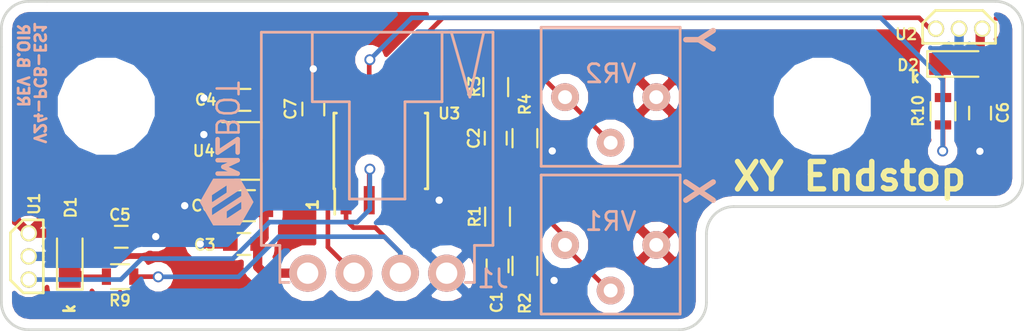
<source format=kicad_pcb>
(kicad_pcb (version 20171130) (host pcbnew "(5.0.0-3-g5ebb6b6)")

  (general
    (thickness 1.6)
    (drawings 28)
    (tracks 121)
    (zones 0)
    (modules 26)
    (nets 14)
  )

  (page A4)
  (title_block
    (title "X-Y Endstop")
    (date 2017-11-09)
    (rev A)
    (comment 3 " CARLOS RUIZ")
    (comment 4 " MAKSIM ZOLIN")
  )

  (layers
    (0 F.Cu signal)
    (31 B.Cu signal hide)
    (32 B.Adhes user)
    (33 F.Adhes user)
    (34 B.Paste user)
    (35 F.Paste user hide)
    (36 B.SilkS user)
    (37 F.SilkS user)
    (38 B.Mask user)
    (39 F.Mask user)
    (40 Dwgs.User user)
    (41 Cmts.User user)
    (42 Eco1.User user)
    (43 Eco2.User user)
    (44 Edge.Cuts user)
    (45 Margin user)
    (46 B.CrtYd user hide)
    (47 F.CrtYd user hide)
    (48 B.Fab user hide)
    (49 F.Fab user hide)
  )

  (setup
    (last_trace_width 0.254)
    (trace_clearance 0.1778)
    (zone_clearance 0.508)
    (zone_45_only no)
    (trace_min 0.2)
    (segment_width 0.2)
    (edge_width 0.15)
    (via_size 0.6)
    (via_drill 0.4)
    (via_min_size 0.4)
    (via_min_drill 0.3)
    (uvia_size 0.3)
    (uvia_drill 0.1)
    (uvias_allowed no)
    (uvia_min_size 0.2)
    (uvia_min_drill 0.1)
    (pcb_text_width 0.3)
    (pcb_text_size 1.5 1.5)
    (mod_edge_width 0.15)
    (mod_text_size 1 1)
    (mod_text_width 0.15)
    (pad_size 0.9 0.9)
    (pad_drill 0.68)
    (pad_to_mask_clearance 0.2)
    (aux_axis_origin 0 0)
    (visible_elements 7FFEFFFF)
    (pcbplotparams
      (layerselection 0x010f0_ffffffff)
      (usegerberextensions false)
      (usegerberattributes false)
      (usegerberadvancedattributes false)
      (creategerberjobfile false)
      (excludeedgelayer true)
      (linewidth 0.100000)
      (plotframeref false)
      (viasonmask false)
      (mode 1)
      (useauxorigin false)
      (hpglpennumber 1)
      (hpglpenspeed 20)
      (hpglpendiameter 15.000000)
      (psnegative false)
      (psa4output false)
      (plotreference true)
      (plotvalue true)
      (plotinvisibletext false)
      (padsonsilk false)
      (subtractmaskfromsilk false)
      (outputformat 1)
      (mirror false)
      (drillshape 0)
      (scaleselection 1)
      (outputdirectory "../Gerbers/"))
  )

  (net 0 "")
  (net 1 GND)
  (net 2 "Net-(C1-Pad1)")
  (net 3 "Net-(C2-Pad1)")
  (net 4 +5V)
  (net 5 +3V3)
  (net 6 Y_SIG)
  (net 7 X_SIG)
  (net 8 "Net-(U1-Pad3)")
  (net 9 "Net-(U2-Pad3)")
  (net 10 "Net-(D1-Pad1)")
  (net 11 "Net-(D2-Pad1)")
  (net 12 "Net-(R1-Pad2)")
  (net 13 "Net-(R3-Pad2)")

  (net_class Default "This is the default net class."
    (clearance 0.1778)
    (trace_width 0.254)
    (via_dia 0.6)
    (via_drill 0.4)
    (uvia_dia 0.3)
    (uvia_drill 0.1)
    (add_net "Net-(C1-Pad1)")
    (add_net "Net-(C2-Pad1)")
    (add_net "Net-(D1-Pad1)")
    (add_net "Net-(D2-Pad1)")
    (add_net "Net-(R1-Pad2)")
    (add_net "Net-(R3-Pad2)")
    (add_net "Net-(U1-Pad3)")
    (add_net "Net-(U2-Pad3)")
    (add_net X_SIG)
    (add_net Y_SIG)
  )

  (net_class power ""
    (clearance 0.2032)
    (trace_width 0.508)
    (via_dia 0.6)
    (via_drill 0.4)
    (uvia_dia 0.3)
    (uvia_drill 0.1)
    (add_net +3V3)
    (add_net +5V)
    (add_net GND)
  )

  (module MZBOT:SIP-3 locked (layer F.Cu) (tedit 5B6BBDB7) (tstamp 5A02034C)
    (at 123.5 106.98 270)
    (path /5A063F20)
    (fp_text reference U1 (at -2.88 -0.3 270) (layer F.SilkS)
      (effects (font (size 0.6 0.6) (thickness 0.12)))
    )
    (fp_text value SS49E (at 0 -3.302 270) (layer F.Fab)
      (effects (font (size 1 1) (thickness 0.15)))
    )
    (fp_line (start -1.3 1) (end 1.3 1) (layer F.SilkS) (width 0.15))
    (fp_line (start 2 -0.8) (end 2 0.3) (layer F.SilkS) (width 0.15))
    (fp_line (start 1.3 1) (end 2 0.3) (layer F.SilkS) (width 0.15))
    (fp_line (start -2 -0.8) (end -2 0.3) (layer F.SilkS) (width 0.15))
    (fp_line (start -2 0.3) (end -1.3 1) (layer F.SilkS) (width 0.15))
    (fp_line (start 0 -0.8) (end 2 -0.8) (layer F.SilkS) (width 0.15))
    (fp_line (start 0 -0.8) (end -2 -0.8) (layer F.SilkS) (width 0.15))
    (pad 2 thru_hole circle (at 0 0 270) (size 0.9 0.9) (drill 0.68) (layers *.Cu *.Mask F.SilkS)
      (net 1 GND))
    (pad 1 thru_hole circle (at -1.27 0 270) (size 0.9 0.9) (drill 0.68) (layers *.Cu *.Mask F.SilkS)
      (net 5 +3V3))
    (pad 3 thru_hole circle (at 1.27 0 270) (size 0.9 0.9) (drill 0.68) (layers *.Cu *.Mask F.SilkS)
      (net 8 "Net-(U1-Pad3)"))
    (model ../../../../../../Users/cr185092/Documents/KiCAD_Projects/MZBOT_XY-Endstop/MZBOT.pretty/3D_Files/SIP-3.wrl
      (at (xyz 0 0 0))
      (scale (xyz 1 1 1))
      (rotate (xyz 0 0 0))
    )
  )

  (module MZBOT:CT6EP103 (layer B.Cu) (tedit 5A4E788F) (tstamp 5A4E818B)
    (at 155.4 107.6)
    (path /5A4E811F)
    (fp_text reference VR1 (at 0 -2.54) (layer B.SilkS)
      (effects (font (size 1 1) (thickness 0.15)) (justify mirror))
    )
    (fp_text value 10.0K (at 0 3.81) (layer B.Fab)
      (effects (font (size 1 1) (thickness 0.15)) (justify mirror))
    )
    (fp_line (start -3.81 2.54) (end 3.81 2.54) (layer B.SilkS) (width 0.15))
    (fp_line (start 3.81 2.54) (end 3.81 -5.08) (layer B.SilkS) (width 0.15))
    (fp_line (start 3.81 -5.08) (end -3.81 -5.08) (layer B.SilkS) (width 0.15))
    (fp_line (start -3.81 -5.08) (end -3.81 2.54) (layer B.SilkS) (width 0.15))
    (pad 1 thru_hole circle (at 0 1.25) (size 1.524 1.524) (drill 0.762) (layers *.Cu *.Mask B.SilkS)
      (net 12 "Net-(R1-Pad2)"))
    (pad 2 thru_hole circle (at -2.5 -1.25) (size 1.524 1.524) (drill 0.762) (layers *.Cu *.Mask B.SilkS)
      (net 12 "Net-(R1-Pad2)"))
    (pad 3 thru_hole circle (at 2.5 -1.25) (size 1.524 1.524) (drill 0.762) (layers *.Cu *.Mask B.SilkS)
      (net 5 +3V3))
    (model ../../../../../../Users/cr185092/Documents/KiCAD_Projects/MZBOT_XY-Endstop/MZBOT.pretty/3D_Files/CT6EP103.wrl
      (at (xyz 0 0 0))
      (scale (xyz 1 1 1))
      (rotate (xyz 0 0 0))
    )
  )

  (module Mounting_Holes:MountingHole_4.3mm_M4_DIN965 locked (layer F.Cu) (tedit 5A050E53) (tstamp 5A050797)
    (at 167 98.75)
    (descr "Mounting Hole 4.3mm, no annular, M4, DIN965")
    (tags "mounting hole 4.3mm no annular m4 din965")
    (clearance 60)
    (attr virtual)
    (fp_text reference REF** (at 0 -4.75) (layer F.SilkS) hide
      (effects (font (size 1 1) (thickness 0.15)))
    )
    (fp_text value MountingHole_4.3mm_M4_DIN965 (at 0 4.75) (layer F.Fab)
      (effects (font (size 1 1) (thickness 0.15)))
    )
    (fp_text user %R (at 0.3 0) (layer F.Fab)
      (effects (font (size 1 1) (thickness 0.15)))
    )
    (fp_circle (center 0 0) (end 3.75 0) (layer Cmts.User) (width 0.15))
    (fp_circle (center 0 0) (end 4 0) (layer F.CrtYd) (width 0.05))
    (pad "" np_thru_hole circle (at 0 0) (size 4.3 4.3) (drill 4.3) (layers *.Cu *.Mask)
      (clearance 0.05))
  )

  (module Mounting_Holes:MountingHole_4.3mm_M4_DIN965 locked (layer F.Cu) (tedit 5A050B87) (tstamp 5A05080E)
    (at 127.75 98.75)
    (descr "Mounting Hole 4.3mm, no annular, M4, DIN965")
    (tags "mounting hole 4.3mm no annular m4 din965")
    (attr virtual)
    (fp_text reference REF** (at 0 -4.75) (layer F.SilkS) hide
      (effects (font (size 1 1) (thickness 0.15)))
    )
    (fp_text value MountingHole_4.3mm_M4_DIN965 (at 0 4.75) (layer F.Fab) hide
      (effects (font (size 1 1) (thickness 0.15)))
    )
    (fp_text user %R (at 0.3 0) (layer F.Fab) hide
      (effects (font (size 1 1) (thickness 0.15)))
    )
    (fp_circle (center 0 0) (end 3.75 0) (layer Cmts.User) (width 0.15))
    (fp_circle (center 0 0) (end 4 0) (layer F.CrtYd) (width 0.05))
    (pad 1 np_thru_hole circle (at 0 0) (size 4.3 4.3) (drill 4.3) (layers *.Cu *.Mask))
  )

  (module MZBOT:C_0603 (layer F.Cu) (tedit 5A04D107) (tstamp 5A03688D)
    (at 128.5722 105.9058)
    (descr "Capacitor SMD 0603, reflow soldering, AVX (see smccp.pdf)")
    (tags "capacitor 0603")
    (path /5A05CF4B)
    (attr smd)
    (fp_text reference C5 (at -0.0722 -1.2058) (layer F.SilkS)
      (effects (font (size 0.6 0.6) (thickness 0.12)))
    )
    (fp_text value 1uF (at 0 1.5) (layer F.Fab)
      (effects (font (size 1 1) (thickness 0.15)))
    )
    (fp_line (start 1.4 0.65) (end -1.4 0.65) (layer F.CrtYd) (width 0.05))
    (fp_line (start 1.4 0.65) (end 1.4 -0.65) (layer F.CrtYd) (width 0.05))
    (fp_line (start -1.4 -0.65) (end -1.4 0.65) (layer F.CrtYd) (width 0.05))
    (fp_line (start -1.4 -0.65) (end 1.4 -0.65) (layer F.CrtYd) (width 0.05))
    (fp_line (start 0.35 0.6) (end -0.35 0.6) (layer F.SilkS) (width 0.12))
    (fp_line (start -0.35 -0.6) (end 0.35 -0.6) (layer F.SilkS) (width 0.12))
    (fp_line (start -0.8 -0.4) (end 0.8 -0.4) (layer F.Fab) (width 0.1))
    (fp_line (start 0.8 -0.4) (end 0.8 0.4) (layer F.Fab) (width 0.1))
    (fp_line (start 0.8 0.4) (end -0.8 0.4) (layer F.Fab) (width 0.1))
    (fp_line (start -0.8 0.4) (end -0.8 -0.4) (layer F.Fab) (width 0.1))
    (fp_text user %R (at 0 0) (layer F.Fab)
      (effects (font (size 0.3 0.3) (thickness 0.075)))
    )
    (pad 2 smd rect (at 0.75 0) (size 0.8 0.75) (layers F.Cu F.Paste F.Mask)
      (net 1 GND))
    (pad 1 smd rect (at -0.75 0) (size 0.8 0.75) (layers F.Cu F.Paste F.Mask)
      (net 5 +3V3))
    (model ../../../../../../Users/cr185092/Documents/KiCAD_Projects/MZBOT_XY-Endstop/MZBOT.pretty/3D_Files/C_0603.wrl
      (at (xyz 0 0 0))
      (scale (xyz 1 1 1))
      (rotate (xyz 0 0 0))
    )
  )

  (module MZBOT:1X4_CONN_L_RA (layer B.Cu) (tedit 5A4EEA55) (tstamp 5A020258)
    (at 142.6 107.9 90)
    (path /5A00B701)
    (fp_text reference J1 (at -0.3 6.35 180) (layer B.SilkS)
      (effects (font (size 1 1) (thickness 0.15)) (justify mirror))
    )
    (fp_text value CONN_01X04 (at 6.858 7.62 90) (layer B.Fab)
      (effects (font (size 1 1) (thickness 0.15)) (justify mirror))
    )
    (fp_line (start -0.508 -5.08) (end -0.508 -4.826) (layer B.SilkS) (width 0.15))
    (fp_line (start -0.508 -5.334) (end 1.524 -5.334) (layer B.SilkS) (width 0.15))
    (fp_line (start -0.508 5.334) (end 1.524 5.334) (layer B.SilkS) (width 0.15))
    (fp_line (start -0.508 5.334) (end -0.508 4.826) (layer B.SilkS) (width 0.15))
    (fp_line (start -0.508 -5.08) (end -0.508 -5.334) (layer B.SilkS) (width 0.15))
    (fp_line (start 1.524 -6.35) (end 13.208 -6.35) (layer B.SilkS) (width 0.15))
    (fp_line (start 1.524 6.35) (end 13.208 6.35) (layer B.SilkS) (width 0.15))
    (fp_line (start 1.524 5.334) (end 1.524 6.35) (layer B.SilkS) (width 0.15))
    (fp_line (start 1.524 -5.334) (end 1.524 -6.35) (layer B.SilkS) (width 0.15))
    (fp_line (start 9.398 -1.524) (end 9.398 -3.556) (layer B.SilkS) (width 0.15))
    (fp_line (start 9.398 3.556) (end 9.398 1.524) (layer B.SilkS) (width 0.15))
    (fp_line (start 4.064 1.524) (end 4.064 -1.524) (layer B.SilkS) (width 0.15))
    (fp_line (start 9.398 -1.524) (end 4.064 -1.524) (layer B.SilkS) (width 0.15))
    (fp_line (start 9.398 1.524) (end 4.064 1.524) (layer B.SilkS) (width 0.15))
    (fp_line (start 9.652 5.08) (end 13.208 5.842) (layer B.SilkS) (width 0.15))
    (fp_line (start 9.652 5.08) (end 13.208 4.064) (layer B.SilkS) (width 0.15))
    (fp_line (start 9.398 -3.556) (end 13.208 -3.556) (layer B.SilkS) (width 0.15))
    (fp_line (start 9.398 3.556) (end 13.208 3.556) (layer B.SilkS) (width 0.15))
    (fp_line (start 13.208 0) (end 13.208 -6.35) (layer B.SilkS) (width 0.15))
    (fp_line (start 13.208 6.096) (end 13.208 6.35) (layer B.SilkS) (width 0.15))
    (fp_line (start 13.208 0) (end 13.208 6.096) (layer B.SilkS) (width 0.15))
    (pad 1 thru_hole circle (at 0 3.81 90) (size 2.032 2.032) (drill 1.1684) (layers *.Cu *.Mask B.SilkS)
      (net 1 GND))
    (pad 2 thru_hole circle (at 0 1.27 90) (size 2.032 2.032) (drill 1.1684) (layers *.Cu *.Mask B.SilkS)
      (net 7 X_SIG))
    (pad 3 thru_hole circle (at 0 -1.27 90) (size 2.032 2.032) (drill 1.1684) (layers *.Cu *.Mask B.SilkS)
      (net 6 Y_SIG))
    (pad 4 thru_hole circle (at 0 -3.81 90) (size 2.032 2.032) (drill 1.1684) (layers *.Cu *.Mask B.SilkS)
      (net 4 +5V))
    (model ../../../../../../Users/cr185092/Documents/KiCAD_Projects/MZBOT_XY-Endstop/MZBOT.pretty/3D_Files/1X4_CONN_L_RA.wrl
      (at (xyz 0 0 0))
      (scale (xyz 1 1 1))
      (rotate (xyz 0 0 0))
    )
  )

  (module MZBOT:R_0603 (layer F.Cu) (tedit 5A04D115) (tstamp 5A02032D)
    (at 128.508 108.0902)
    (descr "Resistor SMD 0603, reflow soldering, Vishay (see dcrcw.pdf)")
    (tags "resistor 0603")
    (path /5A06B573)
    (attr smd)
    (fp_text reference R9 (at -0.008 1.3098) (layer F.SilkS)
      (effects (font (size 0.6 0.6) (thickness 0.12)))
    )
    (fp_text value 1.00K (at 0 1.5) (layer F.Fab)
      (effects (font (size 1 1) (thickness 0.15)))
    )
    (fp_text user %R (at 0 0) (layer F.Fab)
      (effects (font (size 0.4 0.4) (thickness 0.075)))
    )
    (fp_line (start -0.8 0.4) (end -0.8 -0.4) (layer F.Fab) (width 0.1))
    (fp_line (start 0.8 0.4) (end -0.8 0.4) (layer F.Fab) (width 0.1))
    (fp_line (start 0.8 -0.4) (end 0.8 0.4) (layer F.Fab) (width 0.1))
    (fp_line (start -0.8 -0.4) (end 0.8 -0.4) (layer F.Fab) (width 0.1))
    (fp_line (start 0.5 0.68) (end -0.5 0.68) (layer F.SilkS) (width 0.12))
    (fp_line (start -0.5 -0.68) (end 0.5 -0.68) (layer F.SilkS) (width 0.12))
    (fp_line (start -1.25 -0.7) (end 1.25 -0.7) (layer F.CrtYd) (width 0.05))
    (fp_line (start -1.25 -0.7) (end -1.25 0.7) (layer F.CrtYd) (width 0.05))
    (fp_line (start 1.25 0.7) (end 1.25 -0.7) (layer F.CrtYd) (width 0.05))
    (fp_line (start 1.25 0.7) (end -1.25 0.7) (layer F.CrtYd) (width 0.05))
    (pad 1 smd rect (at -0.75 0) (size 0.5 0.9) (layers F.Cu F.Paste F.Mask)
      (net 10 "Net-(D1-Pad1)"))
    (pad 2 smd rect (at 0.75 0) (size 0.5 0.9) (layers F.Cu F.Paste F.Mask)
      (net 7 X_SIG))
    (model ../../../../../../Users/cr185092/Documents/KiCAD_Projects/MZBOT_XY-Endstop/MZBOT.pretty/3D_Files/R_0603.wrl
      (at (xyz 0 0 0))
      (scale (xyz 1 1 1))
      (rotate (xyz 0 0 0))
    )
  )

  (module MZBOT:C_0603 (layer F.Cu) (tedit 5A4EEBE0) (tstamp 5A020208)
    (at 149.2 107.5 270)
    (descr "Capacitor SMD 0603, reflow soldering, AVX (see smccp.pdf)")
    (tags "capacitor 0603")
    (path /5A068C4E)
    (attr smd)
    (fp_text reference C1 (at 2 0.05 270) (layer F.SilkS)
      (effects (font (size 0.6 0.6) (thickness 0.12)))
    )
    (fp_text value 0.1uF (at 0 1.5 270) (layer F.Fab)
      (effects (font (size 1 1) (thickness 0.15)))
    )
    (fp_line (start 1.4 0.65) (end -1.4 0.65) (layer F.CrtYd) (width 0.05))
    (fp_line (start 1.4 0.65) (end 1.4 -0.65) (layer F.CrtYd) (width 0.05))
    (fp_line (start -1.4 -0.65) (end -1.4 0.65) (layer F.CrtYd) (width 0.05))
    (fp_line (start -1.4 -0.65) (end 1.4 -0.65) (layer F.CrtYd) (width 0.05))
    (fp_line (start 0.35 0.6) (end -0.35 0.6) (layer F.SilkS) (width 0.12))
    (fp_line (start -0.35 -0.6) (end 0.35 -0.6) (layer F.SilkS) (width 0.12))
    (fp_line (start -0.8 -0.4) (end 0.8 -0.4) (layer F.Fab) (width 0.1))
    (fp_line (start 0.8 -0.4) (end 0.8 0.4) (layer F.Fab) (width 0.1))
    (fp_line (start 0.8 0.4) (end -0.8 0.4) (layer F.Fab) (width 0.1))
    (fp_line (start -0.8 0.4) (end -0.8 -0.4) (layer F.Fab) (width 0.1))
    (fp_text user %R (at 0 0 270) (layer F.Fab)
      (effects (font (size 0.3 0.3) (thickness 0.075)))
    )
    (pad 2 smd rect (at 0.75 0 270) (size 0.8 0.75) (layers F.Cu F.Paste F.Mask)
      (net 1 GND))
    (pad 1 smd rect (at -0.75 0 270) (size 0.8 0.75) (layers F.Cu F.Paste F.Mask)
      (net 2 "Net-(C1-Pad1)"))
    (model ../../../../../../Users/cr185092/Documents/KiCAD_Projects/MZBOT_XY-Endstop/MZBOT.pretty/3D_Files/C_0603.wrl
      (at (xyz 0 0 0))
      (scale (xyz 1 1 1))
      (rotate (xyz 0 0 0))
    )
  )

  (module MZBOT:C_0603 (layer F.Cu) (tedit 5A4EEBF4) (tstamp 5A020219)
    (at 149.1 100.5 270)
    (descr "Capacitor SMD 0603, reflow soldering, AVX (see smccp.pdf)")
    (tags "capacitor 0603")
    (path /5A00BE90)
    (attr smd)
    (fp_text reference C2 (at 0 1.2 270) (layer F.SilkS)
      (effects (font (size 0.6 0.6) (thickness 0.12)))
    )
    (fp_text value 0.1uF (at 0 1.5 270) (layer F.Fab)
      (effects (font (size 1 1) (thickness 0.15)))
    )
    (fp_line (start 1.4 0.65) (end -1.4 0.65) (layer F.CrtYd) (width 0.05))
    (fp_line (start 1.4 0.65) (end 1.4 -0.65) (layer F.CrtYd) (width 0.05))
    (fp_line (start -1.4 -0.65) (end -1.4 0.65) (layer F.CrtYd) (width 0.05))
    (fp_line (start -1.4 -0.65) (end 1.4 -0.65) (layer F.CrtYd) (width 0.05))
    (fp_line (start 0.35 0.6) (end -0.35 0.6) (layer F.SilkS) (width 0.12))
    (fp_line (start -0.35 -0.6) (end 0.35 -0.6) (layer F.SilkS) (width 0.12))
    (fp_line (start -0.8 -0.4) (end 0.8 -0.4) (layer F.Fab) (width 0.1))
    (fp_line (start 0.8 -0.4) (end 0.8 0.4) (layer F.Fab) (width 0.1))
    (fp_line (start 0.8 0.4) (end -0.8 0.4) (layer F.Fab) (width 0.1))
    (fp_line (start -0.8 0.4) (end -0.8 -0.4) (layer F.Fab) (width 0.1))
    (fp_text user %R (at 0 0 270) (layer F.Fab)
      (effects (font (size 0.3 0.3) (thickness 0.075)))
    )
    (pad 2 smd rect (at 0.75 0 270) (size 0.8 0.75) (layers F.Cu F.Paste F.Mask)
      (net 1 GND))
    (pad 1 smd rect (at -0.75 0 270) (size 0.8 0.75) (layers F.Cu F.Paste F.Mask)
      (net 3 "Net-(C2-Pad1)"))
    (model ../../../../../../Users/cr185092/Documents/KiCAD_Projects/MZBOT_XY-Endstop/MZBOT.pretty/3D_Files/C_0603.wrl
      (at (xyz 0 0 0))
      (scale (xyz 1 1 1))
      (rotate (xyz 0 0 0))
    )
  )

  (module MZBOT:C_0603 (layer F.Cu) (tedit 5A4EEC0A) (tstamp 5A02022A)
    (at 135.3 106.3 180)
    (descr "Capacitor SMD 0603, reflow soldering, AVX (see smccp.pdf)")
    (tags "capacitor 0603")
    (path /5A05E066)
    (attr smd)
    (fp_text reference C3 (at 2.15 -0.05 180) (layer F.SilkS)
      (effects (font (size 0.6 0.6) (thickness 0.12)))
    )
    (fp_text value 1uF (at 0 1.5 180) (layer F.Fab)
      (effects (font (size 1 1) (thickness 0.15)))
    )
    (fp_line (start 1.4 0.65) (end -1.4 0.65) (layer F.CrtYd) (width 0.05))
    (fp_line (start 1.4 0.65) (end 1.4 -0.65) (layer F.CrtYd) (width 0.05))
    (fp_line (start -1.4 -0.65) (end -1.4 0.65) (layer F.CrtYd) (width 0.05))
    (fp_line (start -1.4 -0.65) (end 1.4 -0.65) (layer F.CrtYd) (width 0.05))
    (fp_line (start 0.35 0.6) (end -0.35 0.6) (layer F.SilkS) (width 0.12))
    (fp_line (start -0.35 -0.6) (end 0.35 -0.6) (layer F.SilkS) (width 0.12))
    (fp_line (start -0.8 -0.4) (end 0.8 -0.4) (layer F.Fab) (width 0.1))
    (fp_line (start 0.8 -0.4) (end 0.8 0.4) (layer F.Fab) (width 0.1))
    (fp_line (start 0.8 0.4) (end -0.8 0.4) (layer F.Fab) (width 0.1))
    (fp_line (start -0.8 0.4) (end -0.8 -0.4) (layer F.Fab) (width 0.1))
    (fp_text user %R (at 0 0 180) (layer F.Fab)
      (effects (font (size 0.3 0.3) (thickness 0.075)))
    )
    (pad 2 smd rect (at 0.75 0 180) (size 0.8 0.75) (layers F.Cu F.Paste F.Mask)
      (net 1 GND))
    (pad 1 smd rect (at -0.75 0 180) (size 0.8 0.75) (layers F.Cu F.Paste F.Mask)
      (net 4 +5V))
    (model ../../../../../../Users/cr185092/Documents/KiCAD_Projects/MZBOT_XY-Endstop/MZBOT.pretty/3D_Files/C_0603.wrl
      (at (xyz 0 0 0))
      (scale (xyz 1 1 1))
      (rotate (xyz 0 0 0))
    )
  )

  (module MZBOT:C_0603 (layer F.Cu) (tedit 5A4EEC15) (tstamp 5A02023B)
    (at 135.3 98.4 180)
    (descr "Capacitor SMD 0603, reflow soldering, AVX (see smccp.pdf)")
    (tags "capacitor 0603")
    (path /5A05E33A)
    (attr smd)
    (fp_text reference C4 (at 2.1 0 180) (layer F.SilkS)
      (effects (font (size 0.6 0.6) (thickness 0.12)))
    )
    (fp_text value 1uF (at 0 1.5 180) (layer F.Fab)
      (effects (font (size 1 1) (thickness 0.15)))
    )
    (fp_line (start 1.4 0.65) (end -1.4 0.65) (layer F.CrtYd) (width 0.05))
    (fp_line (start 1.4 0.65) (end 1.4 -0.65) (layer F.CrtYd) (width 0.05))
    (fp_line (start -1.4 -0.65) (end -1.4 0.65) (layer F.CrtYd) (width 0.05))
    (fp_line (start -1.4 -0.65) (end 1.4 -0.65) (layer F.CrtYd) (width 0.05))
    (fp_line (start 0.35 0.6) (end -0.35 0.6) (layer F.SilkS) (width 0.12))
    (fp_line (start -0.35 -0.6) (end 0.35 -0.6) (layer F.SilkS) (width 0.12))
    (fp_line (start -0.8 -0.4) (end 0.8 -0.4) (layer F.Fab) (width 0.1))
    (fp_line (start 0.8 -0.4) (end 0.8 0.4) (layer F.Fab) (width 0.1))
    (fp_line (start 0.8 0.4) (end -0.8 0.4) (layer F.Fab) (width 0.1))
    (fp_line (start -0.8 0.4) (end -0.8 -0.4) (layer F.Fab) (width 0.1))
    (fp_text user %R (at 0 0 180) (layer F.Fab)
      (effects (font (size 0.3 0.3) (thickness 0.075)))
    )
    (pad 2 smd rect (at 0.75 0 180) (size 0.8 0.75) (layers F.Cu F.Paste F.Mask)
      (net 1 GND))
    (pad 1 smd rect (at -0.75 0 180) (size 0.8 0.75) (layers F.Cu F.Paste F.Mask)
      (net 5 +3V3))
    (model ../../../../../../Users/cr185092/Documents/KiCAD_Projects/MZBOT_XY-Endstop/MZBOT.pretty/3D_Files/C_0603.wrl
      (at (xyz 0 0 0))
      (scale (xyz 1 1 1))
      (rotate (xyz 0 0 0))
    )
  )

  (module MZBOT:R_0603 (layer F.Cu) (tedit 5A4EEBFA) (tstamp 5A0202A5)
    (at 149.2 104.8 90)
    (descr "Resistor SMD 0603, reflow soldering, Vishay (see dcrcw.pdf)")
    (tags "resistor 0603")
    (path /5A0574A7)
    (attr smd)
    (fp_text reference R1 (at 0 -1.25 90) (layer F.SilkS)
      (effects (font (size 0.6 0.6) (thickness 0.12)))
    )
    (fp_text value 1.00K (at 0 1.5 90) (layer F.Fab)
      (effects (font (size 1 1) (thickness 0.15)))
    )
    (fp_text user %R (at 0 0 90) (layer F.Fab)
      (effects (font (size 0.4 0.4) (thickness 0.075)))
    )
    (fp_line (start -0.8 0.4) (end -0.8 -0.4) (layer F.Fab) (width 0.1))
    (fp_line (start 0.8 0.4) (end -0.8 0.4) (layer F.Fab) (width 0.1))
    (fp_line (start 0.8 -0.4) (end 0.8 0.4) (layer F.Fab) (width 0.1))
    (fp_line (start -0.8 -0.4) (end 0.8 -0.4) (layer F.Fab) (width 0.1))
    (fp_line (start 0.5 0.68) (end -0.5 0.68) (layer F.SilkS) (width 0.12))
    (fp_line (start -0.5 -0.68) (end 0.5 -0.68) (layer F.SilkS) (width 0.12))
    (fp_line (start -1.25 -0.7) (end 1.25 -0.7) (layer F.CrtYd) (width 0.05))
    (fp_line (start -1.25 -0.7) (end -1.25 0.7) (layer F.CrtYd) (width 0.05))
    (fp_line (start 1.25 0.7) (end 1.25 -0.7) (layer F.CrtYd) (width 0.05))
    (fp_line (start 1.25 0.7) (end -1.25 0.7) (layer F.CrtYd) (width 0.05))
    (pad 1 smd rect (at -0.75 0 90) (size 0.5 0.9) (layers F.Cu F.Paste F.Mask)
      (net 2 "Net-(C1-Pad1)"))
    (pad 2 smd rect (at 0.75 0 90) (size 0.5 0.9) (layers F.Cu F.Paste F.Mask)
      (net 12 "Net-(R1-Pad2)"))
    (model ../../../../../../Users/cr185092/Documents/KiCAD_Projects/MZBOT_XY-Endstop/MZBOT.pretty/3D_Files/R_0603.wrl
      (at (xyz 0 0 0))
      (scale (xyz 1 1 1))
      (rotate (xyz 0 0 0))
    )
  )

  (module MZBOT:R_0603 (layer F.Cu) (tedit 5A4EEBDA) (tstamp 5A0202B6)
    (at 150.7 107.5 270)
    (descr "Resistor SMD 0603, reflow soldering, Vishay (see dcrcw.pdf)")
    (tags "resistor 0603")
    (path /5A067D5E)
    (attr smd)
    (fp_text reference R2 (at 2.05 0 270) (layer F.SilkS)
      (effects (font (size 0.6 0.6) (thickness 0.12)))
    )
    (fp_text value 10.0k (at 0 1.5 270) (layer F.Fab)
      (effects (font (size 1 1) (thickness 0.15)))
    )
    (fp_text user %R (at 0 0 270) (layer F.Fab)
      (effects (font (size 0.4 0.4) (thickness 0.075)))
    )
    (fp_line (start -0.8 0.4) (end -0.8 -0.4) (layer F.Fab) (width 0.1))
    (fp_line (start 0.8 0.4) (end -0.8 0.4) (layer F.Fab) (width 0.1))
    (fp_line (start 0.8 -0.4) (end 0.8 0.4) (layer F.Fab) (width 0.1))
    (fp_line (start -0.8 -0.4) (end 0.8 -0.4) (layer F.Fab) (width 0.1))
    (fp_line (start 0.5 0.68) (end -0.5 0.68) (layer F.SilkS) (width 0.12))
    (fp_line (start -0.5 -0.68) (end 0.5 -0.68) (layer F.SilkS) (width 0.12))
    (fp_line (start -1.25 -0.7) (end 1.25 -0.7) (layer F.CrtYd) (width 0.05))
    (fp_line (start -1.25 -0.7) (end -1.25 0.7) (layer F.CrtYd) (width 0.05))
    (fp_line (start 1.25 0.7) (end 1.25 -0.7) (layer F.CrtYd) (width 0.05))
    (fp_line (start 1.25 0.7) (end -1.25 0.7) (layer F.CrtYd) (width 0.05))
    (pad 1 smd rect (at -0.75 0 270) (size 0.5 0.9) (layers F.Cu F.Paste F.Mask)
      (net 2 "Net-(C1-Pad1)"))
    (pad 2 smd rect (at 0.75 0 270) (size 0.5 0.9) (layers F.Cu F.Paste F.Mask)
      (net 1 GND))
    (model ../../../../../../Users/cr185092/Documents/KiCAD_Projects/MZBOT_XY-Endstop/MZBOT.pretty/3D_Files/R_0603.wrl
      (at (xyz 0 0 0))
      (scale (xyz 1 1 1))
      (rotate (xyz 0 0 0))
    )
  )

  (module MZBOT:R_0603 (layer F.Cu) (tedit 5A04B8FA) (tstamp 5A0202C7)
    (at 149.1 97.7 90)
    (descr "Resistor SMD 0603, reflow soldering, Vishay (see dcrcw.pdf)")
    (tags "resistor 0603")
    (path /5A05A462)
    (attr smd)
    (fp_text reference R3 (at 0.03 -1.17 90) (layer F.SilkS)
      (effects (font (size 0.6 0.6) (thickness 0.12)))
    )
    (fp_text value 1.00K (at 0 1.5 90) (layer F.Fab)
      (effects (font (size 1 1) (thickness 0.15)))
    )
    (fp_text user %R (at 0 0 90) (layer F.Fab)
      (effects (font (size 0.4 0.4) (thickness 0.075)))
    )
    (fp_line (start -0.8 0.4) (end -0.8 -0.4) (layer F.Fab) (width 0.1))
    (fp_line (start 0.8 0.4) (end -0.8 0.4) (layer F.Fab) (width 0.1))
    (fp_line (start 0.8 -0.4) (end 0.8 0.4) (layer F.Fab) (width 0.1))
    (fp_line (start -0.8 -0.4) (end 0.8 -0.4) (layer F.Fab) (width 0.1))
    (fp_line (start 0.5 0.68) (end -0.5 0.68) (layer F.SilkS) (width 0.12))
    (fp_line (start -0.5 -0.68) (end 0.5 -0.68) (layer F.SilkS) (width 0.12))
    (fp_line (start -1.25 -0.7) (end 1.25 -0.7) (layer F.CrtYd) (width 0.05))
    (fp_line (start -1.25 -0.7) (end -1.25 0.7) (layer F.CrtYd) (width 0.05))
    (fp_line (start 1.25 0.7) (end 1.25 -0.7) (layer F.CrtYd) (width 0.05))
    (fp_line (start 1.25 0.7) (end -1.25 0.7) (layer F.CrtYd) (width 0.05))
    (pad 1 smd rect (at -0.75 0 90) (size 0.5 0.9) (layers F.Cu F.Paste F.Mask)
      (net 3 "Net-(C2-Pad1)"))
    (pad 2 smd rect (at 0.75 0 90) (size 0.5 0.9) (layers F.Cu F.Paste F.Mask)
      (net 13 "Net-(R3-Pad2)"))
    (model ../../../../../../Users/cr185092/Documents/KiCAD_Projects/MZBOT_XY-Endstop/MZBOT.pretty/3D_Files/R_0603.wrl
      (at (xyz 0 0 0))
      (scale (xyz 1 1 1))
      (rotate (xyz 0 0 0))
    )
  )

  (module MZBOT:R_0603 (layer F.Cu) (tedit 5A4EEBF7) (tstamp 5A0202D8)
    (at 150.7 100.5 270)
    (descr "Resistor SMD 0603, reflow soldering, Vishay (see dcrcw.pdf)")
    (tags "resistor 0603")
    (path /5A00BD6A)
    (attr smd)
    (fp_text reference R4 (at -1.85 0 270) (layer F.SilkS)
      (effects (font (size 0.6 0.6) (thickness 0.12)))
    )
    (fp_text value 10.0k (at 0 1.5 270) (layer F.Fab)
      (effects (font (size 1 1) (thickness 0.15)))
    )
    (fp_text user %R (at 0 0 270) (layer F.Fab)
      (effects (font (size 0.4 0.4) (thickness 0.075)))
    )
    (fp_line (start -0.8 0.4) (end -0.8 -0.4) (layer F.Fab) (width 0.1))
    (fp_line (start 0.8 0.4) (end -0.8 0.4) (layer F.Fab) (width 0.1))
    (fp_line (start 0.8 -0.4) (end 0.8 0.4) (layer F.Fab) (width 0.1))
    (fp_line (start -0.8 -0.4) (end 0.8 -0.4) (layer F.Fab) (width 0.1))
    (fp_line (start 0.5 0.68) (end -0.5 0.68) (layer F.SilkS) (width 0.12))
    (fp_line (start -0.5 -0.68) (end 0.5 -0.68) (layer F.SilkS) (width 0.12))
    (fp_line (start -1.25 -0.7) (end 1.25 -0.7) (layer F.CrtYd) (width 0.05))
    (fp_line (start -1.25 -0.7) (end -1.25 0.7) (layer F.CrtYd) (width 0.05))
    (fp_line (start 1.25 0.7) (end 1.25 -0.7) (layer F.CrtYd) (width 0.05))
    (fp_line (start 1.25 0.7) (end -1.25 0.7) (layer F.CrtYd) (width 0.05))
    (pad 1 smd rect (at -0.75 0 270) (size 0.5 0.9) (layers F.Cu F.Paste F.Mask)
      (net 3 "Net-(C2-Pad1)"))
    (pad 2 smd rect (at 0.75 0 270) (size 0.5 0.9) (layers F.Cu F.Paste F.Mask)
      (net 1 GND))
    (model ../../../../../../Users/cr185092/Documents/KiCAD_Projects/MZBOT_XY-Endstop/MZBOT.pretty/3D_Files/R_0603.wrl
      (at (xyz 0 0 0))
      (scale (xyz 1 1 1))
      (rotate (xyz 0 0 0))
    )
  )

  (module MZBOT:R_0603 (layer F.Cu) (tedit 5A4EEC3F) (tstamp 5A02033E)
    (at 173.6184 99.0224 270)
    (descr "Resistor SMD 0603, reflow soldering, Vishay (see dcrcw.pdf)")
    (tags "resistor 0603")
    (path /5A00E749)
    (attr smd)
    (fp_text reference R10 (at -0.0224 1.3684 270) (layer F.SilkS)
      (effects (font (size 0.6 0.6) (thickness 0.12)))
    )
    (fp_text value 1.00K (at 0 1.5 270) (layer F.Fab)
      (effects (font (size 1 1) (thickness 0.15)))
    )
    (fp_text user %R (at 0 0 270) (layer F.Fab)
      (effects (font (size 0.4 0.4) (thickness 0.075)))
    )
    (fp_line (start -0.8 0.4) (end -0.8 -0.4) (layer F.Fab) (width 0.1))
    (fp_line (start 0.8 0.4) (end -0.8 0.4) (layer F.Fab) (width 0.1))
    (fp_line (start 0.8 -0.4) (end 0.8 0.4) (layer F.Fab) (width 0.1))
    (fp_line (start -0.8 -0.4) (end 0.8 -0.4) (layer F.Fab) (width 0.1))
    (fp_line (start 0.5 0.68) (end -0.5 0.68) (layer F.SilkS) (width 0.12))
    (fp_line (start -0.5 -0.68) (end 0.5 -0.68) (layer F.SilkS) (width 0.12))
    (fp_line (start -1.25 -0.7) (end 1.25 -0.7) (layer F.CrtYd) (width 0.05))
    (fp_line (start -1.25 -0.7) (end -1.25 0.7) (layer F.CrtYd) (width 0.05))
    (fp_line (start 1.25 0.7) (end 1.25 -0.7) (layer F.CrtYd) (width 0.05))
    (fp_line (start 1.25 0.7) (end -1.25 0.7) (layer F.CrtYd) (width 0.05))
    (pad 1 smd rect (at -0.75 0 270) (size 0.5 0.9) (layers F.Cu F.Paste F.Mask)
      (net 11 "Net-(D2-Pad1)"))
    (pad 2 smd rect (at 0.75 0 270) (size 0.5 0.9) (layers F.Cu F.Paste F.Mask)
      (net 6 Y_SIG))
    (model ../../../../../../Users/cr185092/Documents/KiCAD_Projects/MZBOT_XY-Endstop/MZBOT.pretty/3D_Files/R_0603.wrl
      (at (xyz 0 0 0))
      (scale (xyz 1 1 1))
      (rotate (xyz 0 0 0))
    )
  )

  (module MZBOT:SIP-3 (layer F.Cu) (tedit 5B6BC9C8) (tstamp 5A02035A)
    (at 174.5 94.5 180)
    (path /5A044B78)
    (fp_text reference U2 (at 2.9 -0.3 180) (layer F.SilkS)
      (effects (font (size 0.6 0.6) (thickness 0.12)))
    )
    (fp_text value SS49E (at 0 -3.302 180) (layer F.Fab)
      (effects (font (size 1 1) (thickness 0.15)))
    )
    (fp_line (start -1.3 1) (end 1.3 1) (layer F.SilkS) (width 0.15))
    (fp_line (start 2 -0.8) (end 2 0.3) (layer F.SilkS) (width 0.15))
    (fp_line (start 1.3 1) (end 2 0.3) (layer F.SilkS) (width 0.15))
    (fp_line (start -2 -0.8) (end -2 0.3) (layer F.SilkS) (width 0.15))
    (fp_line (start -2 0.3) (end -1.3 1) (layer F.SilkS) (width 0.15))
    (fp_line (start 0 -0.8) (end 2 -0.8) (layer F.SilkS) (width 0.15))
    (fp_line (start 0 -0.8) (end -2 -0.8) (layer F.SilkS) (width 0.15))
    (pad 2 thru_hole circle (at 0 0 180) (size 0.9 0.9) (drill 0.68) (layers *.Cu *.Mask F.SilkS)
      (net 1 GND))
    (pad 1 thru_hole circle (at -1.27 0 180) (size 0.9 0.9) (drill 0.68) (layers *.Cu *.Mask F.SilkS)
      (net 5 +3V3))
    (pad 3 thru_hole circle (at 1.27 0 180) (size 0.9 0.9) (drill 0.68) (layers *.Cu *.Mask F.SilkS)
      (net 9 "Net-(U2-Pad3)"))
    (model ../../../../../../Users/cr185092/Documents/KiCAD_Projects/MZBOT_XY-Endstop/MZBOT.pretty/3D_Files/SIP-3.wrl
      (at (xyz 0 0 0))
      (scale (xyz 1 1 1))
      (rotate (xyz 0 0 0))
    )
  )

  (module MZBOT:SOIC-8_3.9x4.9mm_Pitch1.27mm (layer F.Cu) (tedit 5A04D0DF) (tstamp 5A020377)
    (at 142.8 101.2 90)
    (descr "8-Lead Plastic Small Outline (SN) - Narrow, 3.90 mm Body [SOIC] (see Microchip Packaging Specification 00000049BS.pdf)")
    (tags "SOIC 1.27")
    (path /5A00BA58)
    (attr smd)
    (fp_text reference U3 (at 2.05 3.75 180) (layer F.SilkS)
      (effects (font (size 0.6 0.6) (thickness 0.12)))
    )
    (fp_text value LM393 (at 0 3.5 90) (layer F.Fab)
      (effects (font (size 1 1) (thickness 0.15)))
    )
    (fp_text user %R (at 0 0 90) (layer F.Fab)
      (effects (font (size 1 1) (thickness 0.15)))
    )
    (fp_line (start -0.95 -2.45) (end 1.95 -2.45) (layer F.Fab) (width 0.1))
    (fp_line (start 1.95 -2.45) (end 1.95 2.45) (layer F.Fab) (width 0.1))
    (fp_line (start 1.95 2.45) (end -1.95 2.45) (layer F.Fab) (width 0.1))
    (fp_line (start -1.95 2.45) (end -1.95 -1.45) (layer F.Fab) (width 0.1))
    (fp_line (start -1.95 -1.45) (end -0.95 -2.45) (layer F.Fab) (width 0.1))
    (fp_line (start -3.73 -2.7) (end -3.73 2.7) (layer F.CrtYd) (width 0.05))
    (fp_line (start 3.73 -2.7) (end 3.73 2.7) (layer F.CrtYd) (width 0.05))
    (fp_line (start -3.73 -2.7) (end 3.73 -2.7) (layer F.CrtYd) (width 0.05))
    (fp_line (start -3.73 2.7) (end 3.73 2.7) (layer F.CrtYd) (width 0.05))
    (fp_line (start -2.075 -2.575) (end -2.075 -2.525) (layer F.SilkS) (width 0.15))
    (fp_line (start 2.075 -2.575) (end 2.075 -2.43) (layer F.SilkS) (width 0.15))
    (fp_line (start 2.075 2.575) (end 2.075 2.43) (layer F.SilkS) (width 0.15))
    (fp_line (start -2.075 2.575) (end -2.075 2.43) (layer F.SilkS) (width 0.15))
    (fp_line (start -2.075 -2.575) (end 2.075 -2.575) (layer F.SilkS) (width 0.15))
    (fp_line (start -2.075 2.575) (end 2.075 2.575) (layer F.SilkS) (width 0.15))
    (fp_line (start -2.075 -2.525) (end -3.475 -2.525) (layer F.SilkS) (width 0.15))
    (pad 1 smd rect (at -2.7 -1.905 90) (size 1.55 0.6) (layers F.Cu F.Paste F.Mask)
      (net 7 X_SIG))
    (pad 2 smd rect (at -2.7 -0.635 90) (size 1.55 0.6) (layers F.Cu F.Paste F.Mask)
      (net 8 "Net-(U1-Pad3)"))
    (pad 3 smd rect (at -2.7 0.635 90) (size 1.55 0.6) (layers F.Cu F.Paste F.Mask)
      (net 2 "Net-(C1-Pad1)"))
    (pad 4 smd rect (at -2.7 1.905 90) (size 1.55 0.6) (layers F.Cu F.Paste F.Mask)
      (net 1 GND))
    (pad 5 smd rect (at 2.7 1.905 90) (size 1.55 0.6) (layers F.Cu F.Paste F.Mask)
      (net 3 "Net-(C2-Pad1)"))
    (pad 6 smd rect (at 2.7 0.635 90) (size 1.55 0.6) (layers F.Cu F.Paste F.Mask)
      (net 9 "Net-(U2-Pad3)"))
    (pad 7 smd rect (at 2.7 -0.635 90) (size 1.55 0.6) (layers F.Cu F.Paste F.Mask)
      (net 6 Y_SIG))
    (pad 8 smd rect (at 2.7 -1.905 90) (size 1.55 0.6) (layers F.Cu F.Paste F.Mask)
      (net 5 +3V3))
    (model ../../../../../../Users/cr185092/Documents/KiCAD_Projects/MZBOT_XY-Endstop/MZBOT.pretty/3D_Files/SOIC_8_3_9x4_9mm_Pitch1_27mm.wrl
      (at (xyz 0 0 0))
      (scale (xyz 1 1 1))
      (rotate (xyz 0 0 0))
    )
  )

  (module MZBOT:SOT-23 (layer F.Cu) (tedit 5A4EEC20) (tstamp 5A02038C)
    (at 135.5 101.2)
    (descr "SOT-23, Standard")
    (tags SOT-23)
    (path /5A026ACB)
    (attr smd)
    (fp_text reference U4 (at -2.4 0) (layer F.SilkS)
      (effects (font (size 0.6 0.6) (thickness 0.12)))
    )
    (fp_text value AP2210N (at 0 2.5) (layer F.Fab)
      (effects (font (size 1 1) (thickness 0.15)))
    )
    (fp_text user %R (at 0 0 90) (layer F.Fab)
      (effects (font (size 0.5 0.5) (thickness 0.075)))
    )
    (fp_line (start -0.7 -0.95) (end -0.7 1.5) (layer F.Fab) (width 0.1))
    (fp_line (start -0.15 -1.52) (end 0.7 -1.52) (layer F.Fab) (width 0.1))
    (fp_line (start -0.7 -0.95) (end -0.15 -1.52) (layer F.Fab) (width 0.1))
    (fp_line (start 0.7 -1.52) (end 0.7 1.52) (layer F.Fab) (width 0.1))
    (fp_line (start -0.7 1.52) (end 0.7 1.52) (layer F.Fab) (width 0.1))
    (fp_line (start 0.76 1.58) (end 0.76 0.65) (layer F.SilkS) (width 0.12))
    (fp_line (start 0.76 -1.58) (end 0.76 -0.65) (layer F.SilkS) (width 0.12))
    (fp_line (start -1.7 -1.75) (end 1.7 -1.75) (layer F.CrtYd) (width 0.05))
    (fp_line (start 1.7 -1.75) (end 1.7 1.75) (layer F.CrtYd) (width 0.05))
    (fp_line (start 1.7 1.75) (end -1.7 1.75) (layer F.CrtYd) (width 0.05))
    (fp_line (start -1.7 1.75) (end -1.7 -1.75) (layer F.CrtYd) (width 0.05))
    (fp_line (start 0.76 -1.58) (end -1.4 -1.58) (layer F.SilkS) (width 0.12))
    (fp_line (start 0.76 1.58) (end -0.7 1.58) (layer F.SilkS) (width 0.12))
    (pad 1 smd rect (at -1 -0.95) (size 0.9 0.8) (layers F.Cu F.Paste F.Mask)
      (net 1 GND))
    (pad 2 smd rect (at -1 0.95) (size 0.9 0.8) (layers F.Cu F.Paste F.Mask)
      (net 5 +3V3))
    (pad 3 smd rect (at 1 0) (size 0.9 0.8) (layers F.Cu F.Paste F.Mask)
      (net 4 +5V))
    (model ../../../../../../Users/cr185092/Documents/KiCAD_Projects/MZBOT_XY-Endstop/MZBOT.pretty/3D_Files/SOT_23.wrl
      (at (xyz 0 0 0))
      (scale (xyz 1 1 1))
      (rotate (xyz 0 0 0))
    )
  )

  (module MZBOT:C_0603 (layer F.Cu) (tedit 5A4EEC40) (tstamp 5A03689E)
    (at 175.6504 99.124 270)
    (descr "Capacitor SMD 0603, reflow soldering, AVX (see smccp.pdf)")
    (tags "capacitor 0603")
    (path /5A05C646)
    (attr smd)
    (fp_text reference C6 (at -0.024 -1.2496 270) (layer F.SilkS)
      (effects (font (size 0.6 0.6) (thickness 0.12)))
    )
    (fp_text value 1uF (at 0 1.5 270) (layer F.Fab)
      (effects (font (size 1 1) (thickness 0.15)))
    )
    (fp_line (start 1.4 0.65) (end -1.4 0.65) (layer F.CrtYd) (width 0.05))
    (fp_line (start 1.4 0.65) (end 1.4 -0.65) (layer F.CrtYd) (width 0.05))
    (fp_line (start -1.4 -0.65) (end -1.4 0.65) (layer F.CrtYd) (width 0.05))
    (fp_line (start -1.4 -0.65) (end 1.4 -0.65) (layer F.CrtYd) (width 0.05))
    (fp_line (start 0.35 0.6) (end -0.35 0.6) (layer F.SilkS) (width 0.12))
    (fp_line (start -0.35 -0.6) (end 0.35 -0.6) (layer F.SilkS) (width 0.12))
    (fp_line (start -0.8 -0.4) (end 0.8 -0.4) (layer F.Fab) (width 0.1))
    (fp_line (start 0.8 -0.4) (end 0.8 0.4) (layer F.Fab) (width 0.1))
    (fp_line (start 0.8 0.4) (end -0.8 0.4) (layer F.Fab) (width 0.1))
    (fp_line (start -0.8 0.4) (end -0.8 -0.4) (layer F.Fab) (width 0.1))
    (fp_text user %R (at 0 0 270) (layer F.Fab)
      (effects (font (size 0.3 0.3) (thickness 0.075)))
    )
    (pad 2 smd rect (at 0.75 0 270) (size 0.8 0.75) (layers F.Cu F.Paste F.Mask)
      (net 1 GND))
    (pad 1 smd rect (at -0.75 0 270) (size 0.8 0.75) (layers F.Cu F.Paste F.Mask)
      (net 5 +3V3))
    (model ../../../../../../Users/cr185092/Documents/KiCAD_Projects/MZBOT_XY-Endstop/MZBOT.pretty/3D_Files/C_0603.wrl
      (at (xyz 0 0 0))
      (scale (xyz 1 1 1))
      (rotate (xyz 0 0 0))
    )
  )

  (module MZBOT:C_0603 (layer F.Cu) (tedit 5A04D06C) (tstamp 5A0368AF)
    (at 139.1 98.9 270)
    (descr "Capacitor SMD 0603, reflow soldering, AVX (see smccp.pdf)")
    (tags "capacitor 0603")
    (path /5A04B1F6)
    (attr smd)
    (fp_text reference C7 (at 0 1.25 270) (layer F.SilkS)
      (effects (font (size 0.6 0.6) (thickness 0.12)))
    )
    (fp_text value 1uF (at 0 1.5 270) (layer F.Fab)
      (effects (font (size 1 1) (thickness 0.15)))
    )
    (fp_line (start 1.4 0.65) (end -1.4 0.65) (layer F.CrtYd) (width 0.05))
    (fp_line (start 1.4 0.65) (end 1.4 -0.65) (layer F.CrtYd) (width 0.05))
    (fp_line (start -1.4 -0.65) (end -1.4 0.65) (layer F.CrtYd) (width 0.05))
    (fp_line (start -1.4 -0.65) (end 1.4 -0.65) (layer F.CrtYd) (width 0.05))
    (fp_line (start 0.35 0.6) (end -0.35 0.6) (layer F.SilkS) (width 0.12))
    (fp_line (start -0.35 -0.6) (end 0.35 -0.6) (layer F.SilkS) (width 0.12))
    (fp_line (start -0.8 -0.4) (end 0.8 -0.4) (layer F.Fab) (width 0.1))
    (fp_line (start 0.8 -0.4) (end 0.8 0.4) (layer F.Fab) (width 0.1))
    (fp_line (start 0.8 0.4) (end -0.8 0.4) (layer F.Fab) (width 0.1))
    (fp_line (start -0.8 0.4) (end -0.8 -0.4) (layer F.Fab) (width 0.1))
    (fp_text user %R (at 0 0 270) (layer F.Fab)
      (effects (font (size 0.3 0.3) (thickness 0.075)))
    )
    (pad 2 smd rect (at 0.75 0 270) (size 0.8 0.75) (layers F.Cu F.Paste F.Mask)
      (net 5 +3V3))
    (pad 1 smd rect (at -0.75 0 270) (size 0.8 0.75) (layers F.Cu F.Paste F.Mask)
      (net 1 GND))
    (model ../../../../../../Users/cr185092/Documents/KiCAD_Projects/MZBOT_XY-Endstop/MZBOT.pretty/3D_Files/C_0603.wrl
      (at (xyz 0 0 0))
      (scale (xyz 1 1 1))
      (rotate (xyz 0 0 0))
    )
  )

  (module MZBOT:C_0805 (layer F.Cu) (tedit 5A4EEC0E) (tstamp 5A0368C0)
    (at 135.4 104.2 180)
    (descr "Capacitor SMD 0805, reflow soldering, AVX (see smccp.pdf)")
    (tags "capacitor 0805")
    (path /5A042915)
    (attr smd)
    (fp_text reference C8 (at 2.4 0 180) (layer F.SilkS)
      (effects (font (size 0.6 0.6) (thickness 0.12)))
    )
    (fp_text value 10uF (at 0 1.75 180) (layer F.Fab)
      (effects (font (size 1 1) (thickness 0.15)))
    )
    (fp_text user %R (at -0.05 0.05 180) (layer F.Fab)
      (effects (font (size 0.4 0.4) (thickness 0.075)))
    )
    (fp_line (start -1 0.62) (end -1 -0.62) (layer F.Fab) (width 0.1))
    (fp_line (start 1 0.62) (end -1 0.62) (layer F.Fab) (width 0.1))
    (fp_line (start 1 -0.62) (end 1 0.62) (layer F.Fab) (width 0.1))
    (fp_line (start -1 -0.62) (end 1 -0.62) (layer F.Fab) (width 0.1))
    (fp_line (start 0.5 -0.85) (end -0.5 -0.85) (layer F.SilkS) (width 0.12))
    (fp_line (start -0.5 0.85) (end 0.5 0.85) (layer F.SilkS) (width 0.12))
    (fp_line (start -1.75 -0.88) (end 1.75 -0.88) (layer F.CrtYd) (width 0.05))
    (fp_line (start -1.75 -0.88) (end -1.75 0.87) (layer F.CrtYd) (width 0.05))
    (fp_line (start 1.75 0.87) (end 1.75 -0.88) (layer F.CrtYd) (width 0.05))
    (fp_line (start 1.75 0.87) (end -1.75 0.87) (layer F.CrtYd) (width 0.05))
    (pad 1 smd rect (at -1 0 180) (size 1 1.25) (layers F.Cu F.Paste F.Mask)
      (net 4 +5V))
    (pad 2 smd rect (at 1 0 180) (size 1 1.25) (layers F.Cu F.Paste F.Mask)
      (net 1 GND))
    (model ../../../../../../Users/cr185092/Documents/KiCAD_Projects/MZBOT_XY-Endstop/MZBOT.pretty/3D_Files/C_0805.wrl
      (at (xyz 0 0 0))
      (scale (xyz 1 1 1))
      (rotate (xyz 0 0 0))
    )
  )

  (module MZBOT:LED_0805 (layer F.Cu) (tedit 5B6BC416) (tstamp 5A0368C6)
    (at 125.75 107 90)
    (descr "LED 0805 smd package")
    (tags "LED led 0805 SMD smd SMT smt smdled SMDLED smtled SMTLED")
    (path /5A0591B0)
    (attr smd)
    (fp_text reference D1 (at 2.7 0.05 90) (layer F.SilkS)
      (effects (font (size 0.6 0.6) (thickness 0.12)))
    )
    (fp_text value LED_0805 (at 0 1.55 90) (layer F.Fab)
      (effects (font (size 1 1) (thickness 0.15)))
    )
    (fp_line (start -1.8 -0.7) (end -1.8 0.7) (layer F.SilkS) (width 0.12))
    (fp_line (start -0.4 -0.4) (end -0.4 0.4) (layer F.Fab) (width 0.1))
    (fp_line (start -0.4 0) (end 0.2 -0.4) (layer F.Fab) (width 0.1))
    (fp_line (start 0.2 0.4) (end -0.4 0) (layer F.Fab) (width 0.1))
    (fp_line (start 0.2 -0.4) (end 0.2 0.4) (layer F.Fab) (width 0.1))
    (fp_line (start 1 0.6) (end -1 0.6) (layer F.Fab) (width 0.1))
    (fp_line (start 1 -0.6) (end 1 0.6) (layer F.Fab) (width 0.1))
    (fp_line (start -1 -0.6) (end 1 -0.6) (layer F.Fab) (width 0.1))
    (fp_line (start -1 0.6) (end -1 -0.6) (layer F.Fab) (width 0.1))
    (fp_line (start -1.8 0.7) (end 1 0.7) (layer F.SilkS) (width 0.12))
    (fp_line (start -1.8 -0.7) (end 1 -0.7) (layer F.SilkS) (width 0.12))
    (fp_line (start 1.95 -0.85) (end 1.95 0.85) (layer F.CrtYd) (width 0.05))
    (fp_line (start 1.95 0.85) (end -1.95 0.85) (layer F.CrtYd) (width 0.05))
    (fp_line (start -1.95 0.85) (end -1.95 -0.85) (layer F.CrtYd) (width 0.05))
    (fp_line (start -1.95 -0.85) (end 1.95 -0.85) (layer F.CrtYd) (width 0.05))
    (fp_text user %R (at 0 -1.25 90) (layer F.Fab)
      (effects (font (size 0.4 0.4) (thickness 0.1)))
    )
    (pad 2 smd rect (at 1.1 0 270) (size 1.2 1.2) (layers F.Cu F.Paste F.Mask)
      (net 5 +3V3))
    (pad 1 smd rect (at -1.1 0 270) (size 1.2 1.2) (layers F.Cu F.Paste F.Mask)
      (net 10 "Net-(D1-Pad1)"))
    (model ../../../../../../Users/cr185092/Documents/KiCAD_Projects/MZBOT_XY-Endstop/MZBOT.pretty/3D_Files/LED_0805.wrl
      (at (xyz 0 0 0))
      (scale (xyz 1 1 1))
      (rotate (xyz 0 0 180))
    )
  )

  (module MZBOT:LED_0805 (layer F.Cu) (tedit 5A04D166) (tstamp 5A0368CC)
    (at 174.5582 96.4316)
    (descr "LED 0805 smd package")
    (tags "LED led 0805 SMD smd SMT smt smdled SMDLED smtled SMTLED")
    (path /5A047734)
    (attr smd)
    (fp_text reference D2 (at -2.8582 0.0684) (layer F.SilkS)
      (effects (font (size 0.6 0.6) (thickness 0.12)))
    )
    (fp_text value LED_0805 (at 0 1.55) (layer F.Fab)
      (effects (font (size 1 1) (thickness 0.15)))
    )
    (fp_line (start -1.8 -0.7) (end -1.8 0.7) (layer F.SilkS) (width 0.12))
    (fp_line (start -0.4 -0.4) (end -0.4 0.4) (layer F.Fab) (width 0.1))
    (fp_line (start -0.4 0) (end 0.2 -0.4) (layer F.Fab) (width 0.1))
    (fp_line (start 0.2 0.4) (end -0.4 0) (layer F.Fab) (width 0.1))
    (fp_line (start 0.2 -0.4) (end 0.2 0.4) (layer F.Fab) (width 0.1))
    (fp_line (start 1 0.6) (end -1 0.6) (layer F.Fab) (width 0.1))
    (fp_line (start 1 -0.6) (end 1 0.6) (layer F.Fab) (width 0.1))
    (fp_line (start -1 -0.6) (end 1 -0.6) (layer F.Fab) (width 0.1))
    (fp_line (start -1 0.6) (end -1 -0.6) (layer F.Fab) (width 0.1))
    (fp_line (start -1.8 0.7) (end 1 0.7) (layer F.SilkS) (width 0.12))
    (fp_line (start -1.8 -0.7) (end 1 -0.7) (layer F.SilkS) (width 0.12))
    (fp_line (start 1.95 -0.85) (end 1.95 0.85) (layer F.CrtYd) (width 0.05))
    (fp_line (start 1.95 0.85) (end -1.95 0.85) (layer F.CrtYd) (width 0.05))
    (fp_line (start -1.95 0.85) (end -1.95 -0.85) (layer F.CrtYd) (width 0.05))
    (fp_line (start -1.95 -0.85) (end 1.95 -0.85) (layer F.CrtYd) (width 0.05))
    (fp_text user %R (at 0 -1.25) (layer F.Fab)
      (effects (font (size 0.4 0.4) (thickness 0.1)))
    )
    (pad 2 smd rect (at 1.1 0 180) (size 1.2 1.2) (layers F.Cu F.Paste F.Mask)
      (net 5 +3V3))
    (pad 1 smd rect (at -1.1 0 180) (size 1.2 1.2) (layers F.Cu F.Paste F.Mask)
      (net 11 "Net-(D2-Pad1)"))
    (model ../../../../../../Users/cr185092/Documents/KiCAD_Projects/MZBOT_XY-Endstop/MZBOT.pretty/3D_Files/LED_0805.wrl
      (at (xyz 0 0 0))
      (scale (xyz 1 1 1))
      (rotate (xyz 0 0 180))
    )
  )

  (module MZBOT:CT6EP103 (layer B.Cu) (tedit 5A4E788F) (tstamp 5A4E8195)
    (at 155.4 99.5)
    (path /5A0111B4)
    (fp_text reference VR2 (at 0 -2.54) (layer B.SilkS)
      (effects (font (size 1 1) (thickness 0.15)) (justify mirror))
    )
    (fp_text value 10.0K (at 0 3.81) (layer B.Fab)
      (effects (font (size 1 1) (thickness 0.15)) (justify mirror))
    )
    (fp_line (start -3.81 2.54) (end 3.81 2.54) (layer B.SilkS) (width 0.15))
    (fp_line (start 3.81 2.54) (end 3.81 -5.08) (layer B.SilkS) (width 0.15))
    (fp_line (start 3.81 -5.08) (end -3.81 -5.08) (layer B.SilkS) (width 0.15))
    (fp_line (start -3.81 -5.08) (end -3.81 2.54) (layer B.SilkS) (width 0.15))
    (pad 1 thru_hole circle (at 0 1.25) (size 1.524 1.524) (drill 0.762) (layers *.Cu *.Mask B.SilkS)
      (net 13 "Net-(R3-Pad2)"))
    (pad 2 thru_hole circle (at -2.5 -1.25) (size 1.524 1.524) (drill 0.762) (layers *.Cu *.Mask B.SilkS)
      (net 13 "Net-(R3-Pad2)"))
    (pad 3 thru_hole circle (at 2.5 -1.25) (size 1.524 1.524) (drill 0.762) (layers *.Cu *.Mask B.SilkS)
      (net 5 +3V3))
    (model ../../../../../../Users/cr185092/Documents/KiCAD_Projects/MZBOT_XY-Endstop/MZBOT.pretty/3D_Files/CT6EP103.wrl
      (at (xyz 0 0 0))
      (scale (xyz 1 1 1))
      (rotate (xyz 0 0 0))
    )
  )

  (module MZBOT:LOGO_small (layer B.Cu) (tedit 5A4EE900) (tstamp 5A4EA00B)
    (at 134.35 104 270)
    (fp_text reference G*** (at -0.9 3.5 270) (layer B.SilkS) hide
      (effects (font (size 1.524 1.524) (thickness 0.3)) (justify mirror))
    )
    (fp_text value LOGO (at 0.75 0 270) (layer B.SilkS) hide
      (effects (font (size 1.524 1.524) (thickness 0.3)) (justify mirror))
    )
    (fp_poly (pts (xy 0.011887 1.460649) (xy 0.042034 1.444428) (xy 0.088721 1.418582) (xy 0.150224 1.384087)
      (xy 0.224822 1.341915) (xy 0.310795 1.293042) (xy 0.40642 1.238441) (xy 0.509975 1.179085)
      (xy 0.619739 1.11595) (xy 0.646885 1.100303) (xy 1.281545 0.734332) (xy 1.281545 -0.734553)
      (xy 0.646875 -1.100413) (xy 0.535799 -1.164303) (xy 0.430448 -1.224628) (xy 0.332553 -1.280414)
      (xy 0.243843 -1.33069) (xy 0.166049 -1.374481) (xy 0.100901 -1.410815) (xy 0.050128 -1.438719)
      (xy 0.015461 -1.457219) (xy -0.001369 -1.465344) (xy -0.002557 -1.465642) (xy -0.014894 -1.459896)
      (xy -0.045468 -1.443536) (xy -0.092546 -1.417542) (xy -0.154394 -1.382894) (xy -0.229281 -1.340572)
      (xy -0.315474 -1.291557) (xy -0.411239 -1.236827) (xy -0.514845 -1.177364) (xy -0.624558 -1.114147)
      (xy -0.649432 -1.099781) (xy -1.153142 -0.80874) (xy -0.730385 -0.80874) (xy -0.530295 -0.805574)
      (xy -0.330204 -0.802409) (xy -0.327552 -0.798381) (xy -0.009622 -0.798381) (xy -0.00001 -0.801594)
      (xy 0.029036 -0.804364) (xy 0.073862 -0.806506) (xy 0.130813 -0.807833) (xy 0.182387 -0.808182)
      (xy 0.378243 -0.808182) (xy 0.639394 -0.411829) (xy 0.695684 -0.326215) (xy 0.747809 -0.246584)
      (xy 0.794437 -0.174996) (xy 0.834237 -0.113513) (xy 0.865875 -0.064197) (xy 0.88802 -0.02911)
      (xy 0.899338 -0.010314) (xy 0.900545 -0.007738) (xy 0.88963 -0.005187) (xy 0.859401 -0.003005)
      (xy 0.813635 -0.00134) (xy 0.756109 -0.000341) (xy 0.707159 -0.000118) (xy 0.513772 -0.000236)
      (xy 0.254 -0.394408) (xy 0.197719 -0.479901) (xy 0.145446 -0.559487) (xy 0.09854 -0.631082)
      (xy 0.058363 -0.692602) (xy 0.026273 -0.741963) (xy 0.003629 -0.777082) (xy -0.008207 -0.795875)
      (xy -0.009622 -0.798381) (xy -0.327552 -0.798381) (xy 0.198125 0) (xy 0.726455 0.802409)
      (xy 0.534224 0.805585) (xy 0.457219 0.80636) (xy 0.400652 0.805678) (xy 0.361907 0.803393)
      (xy 0.338368 0.799357) (xy 0.327955 0.794039) (xy 0.319545 0.782286) (xy 0.299449 0.752714)
      (xy 0.268655 0.70681) (xy 0.228148 0.646061) (xy 0.178913 0.571952) (xy 0.121936 0.485969)
      (xy 0.058202 0.389599) (xy -0.011303 0.284327) (xy -0.085593 0.171641) (xy -0.163683 0.053026)
      (xy -0.190966 0.011546) (xy -0.270273 -0.109055) (xy -0.34618 -0.224486) (xy -0.417692 -0.333233)
      (xy -0.483812 -0.433782) (xy -0.543545 -0.524617) (xy -0.595895 -0.604225) (xy -0.639866 -0.671092)
      (xy -0.674463 -0.723702) (xy -0.698689 -0.760542) (xy -0.711549 -0.780097) (xy -0.713118 -0.782483)
      (xy -0.730385 -0.80874) (xy -1.153142 -0.80874) (xy -1.281546 -0.734549) (xy -1.281546 0)
      (xy -0.911086 0) (xy -0.712429 0.000119) (xy -0.513773 0.000237) (xy -0.254 0.394409)
      (xy -0.197719 0.479902) (xy -0.145446 0.559488) (xy -0.098541 0.631082) (xy -0.058363 0.692602)
      (xy -0.026273 0.741964) (xy -0.00363 0.777083) (xy 0.008206 0.795876) (xy 0.009621 0.798381)
      (xy 0.00001 0.801595) (xy -0.029035 0.804366) (xy -0.073859 0.806508) (xy -0.130805 0.807834)
      (xy -0.182303 0.808182) (xy -0.378076 0.808182) (xy -0.911086 0) (xy -1.281546 0)
      (xy -1.281546 0.734332) (xy -0.646886 1.100303) (xy -0.535885 1.164202) (xy -0.430679 1.224556)
      (xy -0.332989 1.28039) (xy -0.244536 1.330731) (xy -0.167043 1.374604) (xy -0.102232 1.411035)
      (xy -0.051823 1.439051) (xy -0.017538 1.457678) (xy -0.0011 1.46594) (xy 0 1.466273)
      (xy 0.011887 1.460649)) (layer B.SilkS) (width 0.01))
  )

  (gr_text 1 (at 139.065 104.14 90) (layer F.SilkS)
    (effects (font (size 0.6 0.6) (thickness 0.15)))
  )
  (gr_text k (at 172.085 97.155) (layer F.SilkS)
    (effects (font (size 0.6 0.6) (thickness 0.15)))
  )
  (gr_text k (at 125.73 109.855 90) (layer F.SilkS)
    (effects (font (size 0.6 0.6) (thickness 0.15)))
  )
  (gr_circle (center 127.75 98.75) (end 128 98.75) (layer F.Mask) (width 0.2))
  (gr_circle (center 167 98.75) (end 167.25 98.75) (layer F.Mask) (width 0.2))
  (gr_text V24-PCB-ES1 (at 124.1 97.45 270) (layer B.SilkS)
    (effects (font (size 0.6 0.6) (thickness 0.15)) (justify mirror))
  )
  (gr_text "REV B.OIR" (at 123.19 96.52 270) (layer B.SilkS)
    (effects (font (size 0.6 0.6) (thickness 0.15)) (justify mirror))
  )
  (gr_text "XY Endstop" (at 168.5 102.6) (layer F.SilkS)
    (effects (font (size 1.5 1.5) (thickness 0.3)))
  )
  (gr_text BOT (at 134.35 98.9 270) (layer B.SilkS)
    (effects (font (size 1.2 1.1) (thickness 0.14)) (justify mirror))
  )
  (gr_text MZ (at 134.35 101.55 270) (layer B.SilkS)
    (effects (font (size 1.1 1.1) (thickness 0.25)) (justify mirror))
  )
  (gr_text X (at 160.2 103.4 270) (layer B.SilkS)
    (effects (font (size 1.5 1.5) (thickness 0.3)))
  )
  (gr_text Y (at 160.2 95.1 270) (layer B.SilkS)
    (effects (font (size 1.5 1.5) (thickness 0.3)))
  )
  (gr_line (start 160.65 109.5) (end 160.65 105.75) (angle 90) (layer Edge.Cuts) (width 0.15))
  (gr_line (start 178 102.75) (end 178 94.5) (angle 90) (layer Edge.Cuts) (width 0.15))
  (gr_line (start 176.5 104.25) (end 162.15 104.25) (angle 90) (layer Edge.Cuts) (width 0.15))
  (gr_arc (start 176.5 102.75) (end 178 102.75) (angle 90) (layer Edge.Cuts) (width 0.15))
  (gr_line (start 159.15 111) (end 123.5 111) (angle 90) (layer Edge.Cuts) (width 0.15))
  (gr_arc (start 159.15 109.5) (end 160.65 109.5) (angle 90) (layer Edge.Cuts) (width 0.15))
  (gr_arc (start 162.15 105.75) (end 160.65 105.75) (angle 90) (layer Edge.Cuts) (width 0.15))
  (gr_line (start 122 94.5) (end 122 95.5) (layer Edge.Cuts) (width 0.15))
  (gr_line (start 124.5 93) (end 123.5 93) (layer Edge.Cuts) (width 0.15))
  (gr_arc (start 176.5 94.5) (end 176.5 93) (angle 90) (layer Edge.Cuts) (width 0.15))
  (gr_circle (center 175.75 94.5) (end 175.75 94.75) (layer Dwgs.User) (width 0.2))
  (gr_circle (center 123.5 108.25) (end 123.75 108.25) (layer Dwgs.User) (width 0.2))
  (gr_line (start 124.5 93) (end 176.5 93) (angle 90) (layer Edge.Cuts) (width 0.15))
  (gr_line (start 122 109.5) (end 122 95.5) (angle 90) (layer Edge.Cuts) (width 0.15))
  (gr_arc (start 123.5 109.5) (end 123.5 111) (angle 90) (layer Edge.Cuts) (width 0.15))
  (gr_arc (start 123.5 94.5) (end 122 94.5) (angle 90) (layer Edge.Cuts) (width 0.15))

  (segment (start 134.4 104.2) (end 132.05 104.2) (width 0.508) (layer F.Cu) (net 1))
  (via (at 132.05 104.2) (size 0.6) (drill 0.4) (layers F.Cu B.Cu) (net 1))
  (segment (start 139.1 98.15) (end 139.1 96.7) (width 0.508) (layer F.Cu) (net 1))
  (via (at 139.1 96.7) (size 0.6) (drill 0.4) (layers F.Cu B.Cu) (net 1))
  (segment (start 134.55 106.3) (end 132.9 106.3) (width 0.508) (layer F.Cu) (net 1))
  (via (at 132.9 106.3) (size 0.6) (drill 0.4) (layers F.Cu B.Cu) (net 1))
  (segment (start 134.55 98.4) (end 133.2 98.4) (width 0.508) (layer F.Cu) (net 1))
  (via (at 133.1 98.3) (size 0.6) (drill 0.4) (layers F.Cu B.Cu) (net 1))
  (segment (start 133.2 98.4) (end 133.1 98.3) (width 0.508) (layer F.Cu) (net 1) (tstamp 5A4E9A7B))
  (segment (start 134.5 100.25) (end 133.15 100.25) (width 0.508) (layer F.Cu) (net 1))
  (via (at 133.1 100.3) (size 0.6) (drill 0.4) (layers F.Cu B.Cu) (net 1))
  (segment (start 133.15 100.25) (end 133.1 100.3) (width 0.508) (layer F.Cu) (net 1) (tstamp 5A4E9A72))
  (segment (start 149.2 108.25) (end 150.7 108.25) (width 0.508) (layer F.Cu) (net 1))
  (segment (start 150.7 108.25) (end 150.75 108.3) (width 0.508) (layer F.Cu) (net 1) (tstamp 5A4E9A1F))
  (segment (start 150.75 108.3) (end 152.3 108.3) (width 0.508) (layer F.Cu) (net 1) (tstamp 5A4E9A20))
  (via (at 152.3 108.3) (size 0.6) (drill 0.4) (layers F.Cu B.Cu) (net 1))
  (segment (start 144.705 103.9) (end 146 103.9) (width 0.508) (layer F.Cu) (net 1))
  (segment (start 146 103.9) (end 146.1 103.9) (width 0.508) (layer B.Cu) (net 1) (tstamp 5A4E99EE))
  (via (at 146 103.9) (size 0.6) (drill 0.4) (layers F.Cu B.Cu) (net 1))
  (segment (start 150.7 101.25) (end 152.15 101.25) (width 0.508) (layer F.Cu) (net 1))
  (via (at 152.2 101.2) (size 0.6) (drill 0.4) (layers F.Cu B.Cu) (net 1))
  (segment (start 152.15 101.25) (end 152.2 101.2) (width 0.508) (layer F.Cu) (net 1) (tstamp 5A4E99E4))
  (segment (start 149.1 101.25) (end 150.7 101.25) (width 0.508) (layer F.Cu) (net 1))
  (segment (start 175.6504 99.874) (end 175.6504 101.2096) (width 0.508) (layer F.Cu) (net 1))
  (via (at 175.641 101.219) (size 0.6) (drill 0.4) (layers F.Cu B.Cu) (net 1))
  (segment (start 175.6504 101.2096) (end 175.641 101.219) (width 0.508) (layer F.Cu) (net 1) (tstamp 5A04B206))
  (segment (start 123.5 106.98) (end 124.633 106.98) (width 0.508) (layer B.Cu) (net 1))
  (segment (start 124.633 106.98) (end 124.714 107.061) (width 0.508) (layer B.Cu) (net 1) (tstamp 5A04B1EE))
  (segment (start 174.5 94.5) (end 174.5 95.883) (width 0.508) (layer B.Cu) (net 1))
  (segment (start 174.5 95.883) (end 174.498 95.885) (width 0.508) (layer B.Cu) (net 1) (tstamp 5A04B1E8))
  (segment (start 129.3222 105.9058) (end 130.4482 105.9058) (width 0.508) (layer F.Cu) (net 1))
  (segment (start 130.462 105.892) (end 130.462 105.765) (width 0.508) (layer B.Cu) (net 1) (tstamp 5A04AC95))
  (via (at 130.462 105.892) (size 0.6) (drill 0.4) (layers F.Cu B.Cu) (net 1))
  (segment (start 130.4482 105.9058) (end 130.462 105.892) (width 0.508) (layer F.Cu) (net 1) (tstamp 5A04AC91))
  (segment (start 149.2 105.55) (end 149.2 106.75) (width 0.254) (layer F.Cu) (net 2))
  (segment (start 149.2 106.75) (end 150.7 106.75) (width 0.254) (layer F.Cu) (net 2) (tstamp 5A4E98DB))
  (segment (start 149.2 105.55) (end 143.95 105.55) (width 0.254) (layer F.Cu) (net 2))
  (segment (start 143.435 105.035) (end 143.435 103.9) (width 0.254) (layer F.Cu) (net 2) (tstamp 5A4E98D8))
  (segment (start 143.95 105.55) (end 143.435 105.035) (width 0.254) (layer F.Cu) (net 2) (tstamp 5A4E98D7))
  (segment (start 149.1 99.75) (end 150.7 99.75) (width 0.254) (layer F.Cu) (net 3))
  (segment (start 149.1 99.75) (end 149.1 98.45) (width 0.254) (layer F.Cu) (net 3))
  (segment (start 144.705 98.5) (end 144.705 99.405) (width 0.254) (layer F.Cu) (net 3))
  (segment (start 145.05 99.75) (end 149.1 99.75) (width 0.254) (layer F.Cu) (net 3) (tstamp 5A4E98E2))
  (segment (start 144.705 99.405) (end 145.05 99.75) (width 0.254) (layer F.Cu) (net 3) (tstamp 5A4E98E1))
  (segment (start 138.79 107.9) (end 136.4 107.9) (width 0.508) (layer F.Cu) (net 4))
  (segment (start 136.05 107.55) (end 136.05 106.3) (width 0.508) (layer F.Cu) (net 4) (tstamp 5A4E9A48))
  (segment (start 136.4 107.9) (end 136.05 107.55) (width 0.508) (layer F.Cu) (net 4) (tstamp 5A4E9A46))
  (segment (start 136.05 106.3) (end 136.4 105.95) (width 0.508) (layer F.Cu) (net 4) (tstamp 5A4E9A49))
  (segment (start 136.4 105.95) (end 136.4 104.2) (width 0.508) (layer F.Cu) (net 4) (tstamp 5A4E9A4A))
  (segment (start 136.4 104.2) (end 136.5 104.1) (width 0.508) (layer F.Cu) (net 4) (tstamp 5A4E9A4B))
  (segment (start 136.5 104.1) (end 136.5 101.2) (width 0.508) (layer F.Cu) (net 4) (tstamp 5A4E9A4C))
  (segment (start 123.5 105.71) (end 125.56 105.71) (width 0.508) (layer F.Cu) (net 5))
  (segment (start 125.75 105.9) (end 127.8164 105.9) (width 0.508) (layer F.Cu) (net 5) (tstamp 5A03BD14))
  (segment (start 125.56 105.71) (end 125.75 105.9) (width 0.508) (layer F.Cu) (net 5) (tstamp 5A03BD10))
  (segment (start 125.56 105.71) (end 125.75 105.9) (width 0.508) (layer F.Cu) (net 5) (tstamp 5A038C80))
  (segment (start 127.8164 105.9) (end 127.8222 105.9058) (width 0.508) (layer F.Cu) (net 5) (tstamp 5A03BD15))
  (segment (start 175.6582 96.4316) (end 175.6582 94.6118) (width 0.508) (layer F.Cu) (net 5))
  (segment (start 175.6582 94.6118) (end 175.77 94.5) (width 0.508) (layer F.Cu) (net 5) (tstamp 5A03BE11))
  (segment (start 175.6582 96.4316) (end 175.6582 98.3662) (width 0.508) (layer F.Cu) (net 5))
  (segment (start 175.6582 98.3662) (end 175.6504 98.374) (width 0.508) (layer F.Cu) (net 5) (tstamp 5A03BE0E))
  (segment (start 142.165 98.5) (end 142.165 99.535) (width 0.254) (layer F.Cu) (net 6))
  (segment (start 139.9 106.47) (end 141.33 107.9) (width 0.254) (layer F.Cu) (net 6) (tstamp 5A4E99B5))
  (segment (start 139.9 101.8) (end 139.9 106.47) (width 0.254) (layer F.Cu) (net 6) (tstamp 5A4E99B0))
  (segment (start 142.165 99.535) (end 139.9 101.8) (width 0.254) (layer F.Cu) (net 6) (tstamp 5A4E99AE))
  (segment (start 173.6184 99.7724) (end 173.6184 101.1816) (width 0.254) (layer F.Cu) (net 6))
  (segment (start 142.165 96.235) (end 142.165 98.5) (width 0.254) (layer F.Cu) (net 6) (tstamp 5A4E9941))
  (segment (start 142.2 96.2) (end 142.165 96.235) (width 0.254) (layer F.Cu) (net 6) (tstamp 5A4E9940))
  (via (at 142.2 96.2) (size 0.6) (drill 0.4) (layers F.Cu B.Cu) (net 6))
  (segment (start 144.5 93.9) (end 142.2 96.2) (width 0.254) (layer B.Cu) (net 6) (tstamp 5A4E9935))
  (segment (start 170.2 93.9) (end 144.5 93.9) (width 0.254) (layer B.Cu) (net 6) (tstamp 5A4E992E))
  (segment (start 173.6 97.3) (end 170.2 93.9) (width 0.254) (layer B.Cu) (net 6) (tstamp 5A4E9928))
  (segment (start 173.6 101.2) (end 173.6 97.3) (width 0.254) (layer B.Cu) (net 6) (tstamp 5A4E9927))
  (via (at 173.6 101.2) (size 0.6) (drill 0.4) (layers F.Cu B.Cu) (net 6))
  (segment (start 173.6184 101.1816) (end 173.6 101.2) (width 0.254) (layer F.Cu) (net 6) (tstamp 5A4E9922))
  (segment (start 129.258 108.0902) (end 130.5902 108.0902) (width 0.254) (layer F.Cu) (net 7))
  (segment (start 143.87 106.77) (end 143.87 107.9) (width 0.254) (layer B.Cu) (net 7) (tstamp 5A4E9AD6))
  (segment (start 143 105.9) (end 143.87 106.77) (width 0.254) (layer B.Cu) (net 7) (tstamp 5A4E9AD5))
  (segment (start 137.2 105.9) (end 143 105.9) (width 0.254) (layer B.Cu) (net 7) (tstamp 5A4E9AD1))
  (segment (start 135 108.1) (end 137.2 105.9) (width 0.254) (layer B.Cu) (net 7) (tstamp 5A4E9ACF))
  (segment (start 130.6 108.1) (end 135 108.1) (width 0.254) (layer B.Cu) (net 7) (tstamp 5A4E9ACE))
  (via (at 130.6 108.1) (size 0.6) (drill 0.4) (layers F.Cu B.Cu) (net 7))
  (segment (start 130.5902 108.0902) (end 130.6 108.1) (width 0.254) (layer F.Cu) (net 7) (tstamp 5A4E9AC9))
  (segment (start 140.895 103.9) (end 140.895 104.995) (width 0.254) (layer F.Cu) (net 7))
  (segment (start 143.87 106.77) (end 143.87 107.9) (width 0.254) (layer F.Cu) (net 7) (tstamp 5A4E98CF))
  (segment (start 142.5 105.4) (end 143.87 106.77) (width 0.254) (layer F.Cu) (net 7) (tstamp 5A4E98CE))
  (segment (start 141.3 105.4) (end 142.5 105.4) (width 0.254) (layer F.Cu) (net 7) (tstamp 5A4E98CD))
  (segment (start 140.895 104.995) (end 141.3 105.4) (width 0.254) (layer F.Cu) (net 7) (tstamp 5A4E98CC))
  (segment (start 123.5 108.25) (end 128.55 108.25) (width 0.254) (layer B.Cu) (net 8))
  (segment (start 142.165 102.235) (end 142.165 103.9) (width 0.254) (layer F.Cu) (net 8) (tstamp 5A4E9B3C))
  (segment (start 142.2 102.2) (end 142.165 102.235) (width 0.254) (layer F.Cu) (net 8) (tstamp 5A4E9B3B))
  (via (at 142.2 102.2) (size 0.6) (drill 0.4) (layers F.Cu B.Cu) (net 8))
  (segment (start 142.2 104.4) (end 142.2 102.2) (width 0.254) (layer B.Cu) (net 8) (tstamp 5A4E9B37))
  (segment (start 141.5 105.1) (end 142.2 104.4) (width 0.254) (layer B.Cu) (net 8) (tstamp 5A4E9B36))
  (segment (start 136.7 105.1) (end 141.5 105.1) (width 0.254) (layer B.Cu) (net 8) (tstamp 5A4E9B34))
  (segment (start 134.7 107.1) (end 136.7 105.1) (width 0.254) (layer B.Cu) (net 8) (tstamp 5A4E9B31))
  (segment (start 131.2 107.1) (end 134.7 107.1) (width 0.254) (layer B.Cu) (net 8) (tstamp 5A4E9B30))
  (segment (start 131.2 107.1) (end 131.2 107.1) (width 0.254) (layer B.Cu) (net 8) (tstamp 5A4E9B2F))
  (segment (start 129.7 107.1) (end 131.2 107.1) (width 0.254) (layer B.Cu) (net 8) (tstamp 5A4E9B2A))
  (segment (start 128.55 108.25) (end 129.7 107.1) (width 0.254) (layer B.Cu) (net 8) (tstamp 5A4E9B27))
  (segment (start 173.23 94.5) (end 172.9 94.5) (width 0.254) (layer F.Cu) (net 9))
  (segment (start 172.9 94.5) (end 172.3 93.9) (width 0.254) (layer F.Cu) (net 9) (tstamp 5A4E9912))
  (segment (start 143.435 96.665) (end 143.435 98.5) (width 0.254) (layer F.Cu) (net 9) (tstamp 5A4E9916))
  (segment (start 146.2 93.9) (end 143.435 96.665) (width 0.254) (layer F.Cu) (net 9) (tstamp 5A4E9914))
  (segment (start 172.3 93.9) (end 146.2 93.9) (width 0.254) (layer F.Cu) (net 9) (tstamp 5A4E9913))
  (segment (start 173.23 94.5) (end 172.986 94.5) (width 0.254) (layer B.Cu) (net 9))
  (segment (start 125.75 108.1) (end 127.7482 108.1) (width 0.254) (layer F.Cu) (net 10))
  (segment (start 126.225 107.9) (end 126.35 107.9) (width 0.25) (layer F.Cu) (net 10))
  (segment (start 127.65 108.1) (end 127.75 108) (width 0.254) (layer F.Cu) (net 10) (tstamp 5A03BC77))
  (segment (start 127.7482 108.1) (end 127.758 108.0902) (width 0.254) (layer F.Cu) (net 10) (tstamp 5A03BD5D))
  (segment (start 173.4582 96.4316) (end 173.4582 97.0334) (width 0.254) (layer F.Cu) (net 11))
  (segment (start 173.6184 97.1936) (end 173.6184 98.2724) (width 0.254) (layer F.Cu) (net 11) (tstamp 5A03BE15))
  (segment (start 173.4582 97.0334) (end 173.6184 97.1936) (width 0.254) (layer F.Cu) (net 11) (tstamp 5A03BE14))
  (segment (start 152.9 106.35) (end 152.9 105.9) (width 0.254) (layer F.Cu) (net 12))
  (segment (start 152.9 105.9) (end 151.05 104.05) (width 0.254) (layer F.Cu) (net 12) (tstamp 5A4E9901))
  (segment (start 151.05 104.05) (end 149.2 104.05) (width 0.254) (layer F.Cu) (net 12) (tstamp 5A4E9902))
  (segment (start 155.3 108.85) (end 152.8 106.35) (width 0.254) (layer F.Cu) (net 12))
  (segment (start 152.8 106.35) (end 152.8 106) (width 0.254) (layer F.Cu) (net 12) (tstamp 5A4E849D))
  (segment (start 155.4 100.75) (end 152.9 98.25) (width 0.254) (layer F.Cu) (net 13))
  (segment (start 152.9 98.25) (end 152.75 98.25) (width 0.254) (layer F.Cu) (net 13) (tstamp 5A4E98F3))
  (segment (start 152.75 98.25) (end 151.45 96.95) (width 0.254) (layer F.Cu) (net 13) (tstamp 5A4E98F4))
  (segment (start 151.45 96.95) (end 149.1 96.95) (width 0.254) (layer F.Cu) (net 13) (tstamp 5A4E98F5))

  (zone (net 1) (net_name GND) (layer B.Cu) (tstamp 5A04B0D1) (hatch edge 0.508)
    (connect_pads (clearance 0.508))
    (min_thickness 0.254)
    (fill yes (arc_segments 16) (thermal_gap 0.508) (thermal_bridge_width 0.508))
    (polygon
      (pts
        (xy 178 105) (xy 161 105) (xy 161 111) (xy 122 111) (xy 122 93)
        (xy 178 93)
      )
    )
    (filled_polygon
      (pts
        (xy 142.05737 95.265) (xy 142.014017 95.265) (xy 141.670365 95.407345) (xy 141.407345 95.670365) (xy 141.265 96.014017)
        (xy 141.265 96.385983) (xy 141.407345 96.729635) (xy 141.670365 96.992655) (xy 142.014017 97.135) (xy 142.385983 97.135)
        (xy 142.729635 96.992655) (xy 142.992655 96.729635) (xy 143.135 96.385983) (xy 143.135 96.34263) (xy 144.815631 94.662)
        (xy 169.88437 94.662) (xy 172.838001 97.615632) (xy 172.838 100.63971) (xy 172.807345 100.670365) (xy 172.665 101.014017)
        (xy 172.665 101.385983) (xy 172.807345 101.729635) (xy 173.070365 101.992655) (xy 173.414017 102.135) (xy 173.785983 102.135)
        (xy 174.129635 101.992655) (xy 174.392655 101.729635) (xy 174.535 101.385983) (xy 174.535 101.014017) (xy 174.392655 100.670365)
        (xy 174.362 100.63971) (xy 174.362 97.375042) (xy 174.376927 97.299999) (xy 174.362 97.224956) (xy 174.362 97.224952)
        (xy 174.317788 97.002683) (xy 174.149371 96.750629) (xy 174.085749 96.708118) (xy 172.926179 95.548549) (xy 173.01418 95.585)
        (xy 173.44582 95.585) (xy 173.844603 95.419818) (xy 173.936754 95.327667) (xy 173.956803 95.463712) (xy 174.366948 95.598226)
        (xy 174.797349 95.565546) (xy 175.043197 95.463712) (xy 175.063246 95.327667) (xy 175.155397 95.419818) (xy 175.55418 95.585)
        (xy 175.98582 95.585) (xy 176.384603 95.419818) (xy 176.689818 95.114603) (xy 176.855 94.71582) (xy 176.855 94.28418)
        (xy 176.689818 93.885397) (xy 176.529019 93.724598) (xy 176.752733 93.761834) (xy 176.978209 93.883495) (xy 177.152124 94.071635)
        (xy 177.261495 94.319026) (xy 177.290001 94.544674) (xy 177.29 102.691315) (xy 177.238166 103.002733) (xy 177.116506 103.228209)
        (xy 176.928366 103.402123) (xy 176.680974 103.511494) (xy 176.455327 103.54) (xy 162.080074 103.54) (xy 162.036122 103.548743)
        (xy 161.687979 103.592723) (xy 161.647707 103.604767) (xy 161.605801 103.608065) (xy 161.48988 103.647754) (xy 161.039381 103.846918)
        (xy 160.992649 103.877615) (xy 160.941334 103.899821) (xy 160.844522 103.974917) (xy 160.844517 103.97492) (xy 160.844515 103.974923)
        (xy 160.482819 104.309269) (xy 160.44855 104.353448) (xy 160.407191 104.391082) (xy 160.339929 104.493481) (xy 160.339923 104.493489)
        (xy 160.339923 104.49349) (xy 160.339922 104.493492) (xy 160.106027 104.926977) (xy 160.087916 104.979874) (xy 160.060978 105.028874)
        (xy 160.030507 105.147552) (xy 159.951457 105.622481) (xy 159.940001 105.680074) (xy 159.94 109.441314) (xy 159.888166 109.752733)
        (xy 159.766506 109.978209) (xy 159.578366 110.152123) (xy 159.330974 110.261494) (xy 159.105327 110.29) (xy 123.558685 110.29)
        (xy 123.247267 110.238166) (xy 123.021791 110.116506) (xy 122.847877 109.928366) (xy 122.738506 109.680974) (xy 122.71 109.455327)
        (xy 122.71 108.994421) (xy 122.885397 109.169818) (xy 123.28418 109.335) (xy 123.71582 109.335) (xy 124.114603 109.169818)
        (xy 124.272421 109.012) (xy 128.474957 109.012) (xy 128.55 109.026927) (xy 128.625043 109.012) (xy 128.625048 109.012)
        (xy 128.847317 108.967788) (xy 129.099371 108.799371) (xy 129.141883 108.735747) (xy 129.665 108.212631) (xy 129.665 108.285983)
        (xy 129.807345 108.629635) (xy 130.070365 108.892655) (xy 130.414017 109.035) (xy 130.785983 109.035) (xy 131.129635 108.892655)
        (xy 131.16029 108.862) (xy 134.924957 108.862) (xy 135 108.876927) (xy 135.075043 108.862) (xy 135.075048 108.862)
        (xy 135.297317 108.817788) (xy 135.549371 108.649371) (xy 135.591883 108.585747) (xy 137.515631 106.662) (xy 137.693134 106.662)
        (xy 137.39035 106.964784) (xy 137.139 107.571596) (xy 137.139 108.228404) (xy 137.39035 108.835216) (xy 137.854784 109.29965)
        (xy 138.461596 109.551) (xy 139.118404 109.551) (xy 139.725216 109.29965) (xy 140.06 108.964866) (xy 140.394784 109.29965)
        (xy 141.001596 109.551) (xy 141.658404 109.551) (xy 142.265216 109.29965) (xy 142.6 108.964866) (xy 142.934784 109.29965)
        (xy 143.541596 109.551) (xy 144.198404 109.551) (xy 144.805216 109.29965) (xy 145.040759 109.064107) (xy 145.425498 109.064107)
        (xy 145.52612 109.332622) (xy 146.141642 109.561816) (xy 146.798019 109.538014) (xy 147.29388 109.332622) (xy 147.394502 109.064107)
        (xy 146.41 108.079605) (xy 145.425498 109.064107) (xy 145.040759 109.064107) (xy 145.227323 108.877543) (xy 145.245893 108.884502)
        (xy 146.230395 107.9) (xy 146.589605 107.9) (xy 147.574107 108.884502) (xy 147.842622 108.78388) (xy 147.921472 108.572119)
        (xy 154.003 108.572119) (xy 154.003 109.127881) (xy 154.21568 109.641337) (xy 154.608663 110.03432) (xy 155.122119 110.247)
        (xy 155.677881 110.247) (xy 156.191337 110.03432) (xy 156.58432 109.641337) (xy 156.797 109.127881) (xy 156.797 108.572119)
        (xy 156.58432 108.058663) (xy 156.191337 107.66568) (xy 155.677881 107.453) (xy 155.122119 107.453) (xy 154.608663 107.66568)
        (xy 154.21568 108.058663) (xy 154.003 108.572119) (xy 147.921472 108.572119) (xy 148.071816 108.168358) (xy 148.048014 107.511981)
        (xy 147.842622 107.01612) (xy 147.574107 106.915498) (xy 146.589605 107.9) (xy 146.230395 107.9) (xy 145.245893 106.915498)
        (xy 145.227323 106.922457) (xy 145.040759 106.735893) (xy 145.425498 106.735893) (xy 146.41 107.720395) (xy 147.394502 106.735893)
        (xy 147.29388 106.467378) (xy 146.678358 106.238184) (xy 146.021981 106.261986) (xy 145.52612 106.467378) (xy 145.425498 106.735893)
        (xy 145.040759 106.735893) (xy 144.805216 106.50035) (xy 144.530143 106.386411) (xy 144.419371 106.220629) (xy 144.35575 106.178119)
        (xy 144.24975 106.072119) (xy 151.503 106.072119) (xy 151.503 106.627881) (xy 151.71568 107.141337) (xy 152.108663 107.53432)
        (xy 152.622119 107.747) (xy 153.177881 107.747) (xy 153.691337 107.53432) (xy 154.08432 107.141337) (xy 154.297 106.627881)
        (xy 154.297 106.072119) (xy 156.503 106.072119) (xy 156.503 106.627881) (xy 156.71568 107.141337) (xy 157.108663 107.53432)
        (xy 157.622119 107.747) (xy 158.177881 107.747) (xy 158.691337 107.53432) (xy 159.08432 107.141337) (xy 159.297 106.627881)
        (xy 159.297 106.072119) (xy 159.08432 105.558663) (xy 158.691337 105.16568) (xy 158.177881 104.953) (xy 157.622119 104.953)
        (xy 157.108663 105.16568) (xy 156.71568 105.558663) (xy 156.503 106.072119) (xy 154.297 106.072119) (xy 154.08432 105.558663)
        (xy 153.691337 105.16568) (xy 153.177881 104.953) (xy 152.622119 104.953) (xy 152.108663 105.16568) (xy 151.71568 105.558663)
        (xy 151.503 106.072119) (xy 144.24975 106.072119) (xy 143.591883 105.414253) (xy 143.549371 105.350629) (xy 143.297317 105.182212)
        (xy 143.075048 105.138) (xy 143.075043 105.138) (xy 143 105.123073) (xy 142.924957 105.138) (xy 142.53963 105.138)
        (xy 142.685747 104.991883) (xy 142.749371 104.949371) (xy 142.899796 104.724244) (xy 142.917787 104.697319) (xy 142.917787 104.697318)
        (xy 142.917788 104.697317) (xy 142.962 104.475048) (xy 142.962 104.475044) (xy 142.976927 104.400001) (xy 142.962 104.324958)
        (xy 142.962 102.76029) (xy 142.992655 102.729635) (xy 143.135 102.385983) (xy 143.135 102.014017) (xy 142.992655 101.670365)
        (xy 142.729635 101.407345) (xy 142.385983 101.265) (xy 142.014017 101.265) (xy 141.670365 101.407345) (xy 141.407345 101.670365)
        (xy 141.265 102.014017) (xy 141.265 102.385983) (xy 141.407345 102.729635) (xy 141.438001 102.760291) (xy 141.438 104.08437)
        (xy 141.18437 104.338) (xy 136.775042 104.338) (xy 136.699999 104.323073) (xy 136.624956 104.338) (xy 136.624952 104.338)
        (xy 136.402683 104.382212) (xy 136.314546 104.441103) (xy 136.236141 104.493492) (xy 136.150629 104.550629) (xy 136.108118 104.614251)
        (xy 134.38437 106.338) (xy 129.775047 106.338) (xy 129.7 106.323072) (xy 129.624953 106.338) (xy 129.624952 106.338)
        (xy 129.402683 106.382212) (xy 129.320982 106.436803) (xy 129.267284 106.472683) (xy 129.150629 106.550629) (xy 129.108118 106.614251)
        (xy 128.23437 107.488) (xy 124.475255 107.488) (xy 124.598226 107.113052) (xy 124.565546 106.682651) (xy 124.463712 106.436803)
        (xy 124.327667 106.416754) (xy 124.419818 106.324603) (xy 124.585 105.92582) (xy 124.585 105.49418) (xy 124.419818 105.095397)
        (xy 124.114603 104.790182) (xy 123.71582 104.625) (xy 123.28418 104.625) (xy 122.885397 104.790182) (xy 122.71 104.965579)
        (xy 122.71 98.196029) (xy 124.965 98.196029) (xy 124.965 99.303971) (xy 125.388991 100.327576) (xy 126.172424 101.111009)
        (xy 127.196029 101.535) (xy 128.303971 101.535) (xy 129.327576 101.111009) (xy 129.966466 100.472119) (xy 154.003 100.472119)
        (xy 154.003 101.027881) (xy 154.21568 101.541337) (xy 154.608663 101.93432) (xy 155.122119 102.147) (xy 155.677881 102.147)
        (xy 156.191337 101.93432) (xy 156.58432 101.541337) (xy 156.797 101.027881) (xy 156.797 100.472119) (xy 156.58432 99.958663)
        (xy 156.191337 99.56568) (xy 155.677881 99.353) (xy 155.122119 99.353) (xy 154.608663 99.56568) (xy 154.21568 99.958663)
        (xy 154.003 100.472119) (xy 129.966466 100.472119) (xy 130.111009 100.327576) (xy 130.535 99.303971) (xy 130.535 98.196029)
        (xy 130.442254 97.972119) (xy 151.503 97.972119) (xy 151.503 98.527881) (xy 151.71568 99.041337) (xy 152.108663 99.43432)
        (xy 152.622119 99.647) (xy 153.177881 99.647) (xy 153.691337 99.43432) (xy 154.08432 99.041337) (xy 154.297 98.527881)
        (xy 154.297 97.972119) (xy 156.503 97.972119) (xy 156.503 98.527881) (xy 156.71568 99.041337) (xy 157.108663 99.43432)
        (xy 157.622119 99.647) (xy 158.177881 99.647) (xy 158.691337 99.43432) (xy 159.08432 99.041337) (xy 159.297 98.527881)
        (xy 159.297 98.196029) (xy 164.215 98.196029) (xy 164.215 99.303971) (xy 164.638991 100.327576) (xy 165.422424 101.111009)
        (xy 166.446029 101.535) (xy 167.553971 101.535) (xy 168.577576 101.111009) (xy 169.361009 100.327576) (xy 169.785 99.303971)
        (xy 169.785 98.196029) (xy 169.361009 97.172424) (xy 168.577576 96.388991) (xy 167.553971 95.965) (xy 166.446029 95.965)
        (xy 165.422424 96.388991) (xy 164.638991 97.172424) (xy 164.215 98.196029) (xy 159.297 98.196029) (xy 159.297 97.972119)
        (xy 159.08432 97.458663) (xy 158.691337 97.06568) (xy 158.177881 96.853) (xy 157.622119 96.853) (xy 157.108663 97.06568)
        (xy 156.71568 97.458663) (xy 156.503 97.972119) (xy 154.297 97.972119) (xy 154.08432 97.458663) (xy 153.691337 97.06568)
        (xy 153.177881 96.853) (xy 152.622119 96.853) (xy 152.108663 97.06568) (xy 151.71568 97.458663) (xy 151.503 97.972119)
        (xy 130.442254 97.972119) (xy 130.111009 97.172424) (xy 129.327576 96.388991) (xy 128.303971 95.965) (xy 127.196029 95.965)
        (xy 126.172424 96.388991) (xy 125.388991 97.172424) (xy 124.965 98.196029) (xy 122.71 98.196029) (xy 122.71 94.558686)
        (xy 122.761834 94.247267) (xy 122.883495 94.021791) (xy 123.071635 93.847876) (xy 123.319026 93.738505) (xy 123.544666 93.71)
        (xy 143.612369 93.71)
      )
    )
    (filled_polygon
      (pts
        (xy 123.5 106.800395) (xy 123.505395 106.795) (xy 123.52289 106.795) (xy 123.693748 106.965858) (xy 123.679605 106.98)
        (xy 123.693748 106.994143) (xy 123.52289 107.165) (xy 123.505395 107.165) (xy 123.5 107.159605) (xy 123.494605 107.165)
        (xy 123.47711 107.165) (xy 123.306253 106.994143) (xy 123.320395 106.98) (xy 123.306253 106.965858) (xy 123.47711 106.795)
        (xy 123.494605 106.795)
      )
    )
    (filled_polygon
      (pts
        (xy 174.685 94.47711) (xy 174.685 94.494605) (xy 174.679605 94.5) (xy 174.685 94.505395) (xy 174.685 94.52289)
        (xy 174.514143 94.693748) (xy 174.5 94.679605) (xy 174.485858 94.693748) (xy 174.315 94.52289) (xy 174.315 94.505395)
        (xy 174.320395 94.5) (xy 174.315 94.494605) (xy 174.315 94.47711) (xy 174.485858 94.306253) (xy 174.5 94.320395)
        (xy 174.514143 94.306253)
      )
    )
  )
  (zone (net 5) (net_name +3V3) (layer F.Cu) (tstamp 5A04B1A2) (hatch edge 0.508)
    (connect_pads (clearance 0.508))
    (min_thickness 0.254)
    (fill yes (arc_segments 16) (thermal_gap 0.508) (thermal_bridge_width 0.508))
    (polygon
      (pts
        (xy 178 105) (xy 161 105) (xy 161 111) (xy 122 111) (xy 122 93)
        (xy 178 93)
      )
    )
    (filled_polygon
      (pts
        (xy 143.097906 95.924464) (xy 142.992655 95.670365) (xy 142.729635 95.407345) (xy 142.385983 95.265) (xy 142.014017 95.265)
        (xy 141.670365 95.407345) (xy 141.407345 95.670365) (xy 141.265 96.014017) (xy 141.265 96.385983) (xy 141.403 96.719146)
        (xy 141.403 97.123837) (xy 141.32131 97.09) (xy 141.18075 97.09) (xy 141.022 97.24875) (xy 141.022 98.373)
        (xy 141.042 98.373) (xy 141.042 98.627) (xy 141.022 98.627) (xy 141.022 98.647) (xy 140.768 98.647)
        (xy 140.768 98.627) (xy 140.748 98.627) (xy 140.748 98.373) (xy 140.768 98.373) (xy 140.768 97.24875)
        (xy 140.60925 97.09) (xy 140.46869 97.09) (xy 140.235301 97.186673) (xy 140.056673 97.365302) (xy 140.027967 97.434604)
        (xy 139.989 97.376286) (xy 139.989 96.997037) (xy 140.035 96.885983) (xy 140.035 96.514017) (xy 139.892655 96.170365)
        (xy 139.629635 95.907345) (xy 139.285983 95.765) (xy 138.914017 95.765) (xy 138.570365 95.907345) (xy 138.307345 96.170365)
        (xy 138.165 96.514017) (xy 138.165 96.885983) (xy 138.211001 96.997039) (xy 138.211001 97.376285) (xy 138.126843 97.502235)
        (xy 138.07756 97.75) (xy 138.07756 98.55) (xy 138.126843 98.797765) (xy 138.187873 98.889102) (xy 138.186673 98.890302)
        (xy 138.09 99.123691) (xy 138.09 99.36425) (xy 138.24875 99.523) (xy 138.973 99.523) (xy 138.973 99.503)
        (xy 139.227 99.503) (xy 139.227 99.523) (xy 139.247 99.523) (xy 139.247 99.777) (xy 139.227 99.777)
        (xy 139.227 100.52625) (xy 139.38575 100.685) (xy 139.60131 100.685) (xy 139.834699 100.588327) (xy 140.013327 100.409698)
        (xy 140.11 100.176309) (xy 140.11 99.93575) (xy 139.951252 99.777002) (xy 140.11 99.777002) (xy 140.11 99.688025)
        (xy 140.235301 99.813327) (xy 140.46869 99.91) (xy 140.60925 99.91) (xy 140.767998 99.751252) (xy 140.767998 99.854371)
        (xy 139.414253 101.208117) (xy 139.350629 101.250629) (xy 139.182212 101.502684) (xy 139.138 101.724953) (xy 139.138 101.724957)
        (xy 139.123073 101.8) (xy 139.138 101.875043) (xy 139.138001 106.257117) (xy 139.118404 106.249) (xy 138.461596 106.249)
        (xy 137.854784 106.50035) (xy 137.39035 106.964784) (xy 137.371207 107.011) (xy 136.9892 107.011) (xy 137.048157 106.922765)
        (xy 137.09744 106.675) (xy 137.09744 106.506364) (xy 137.237419 106.29687) (xy 137.289 106.037556) (xy 137.289 106.037555)
        (xy 137.306416 105.95) (xy 137.289 105.862445) (xy 137.289 105.328786) (xy 137.357809 105.282809) (xy 137.498157 105.072765)
        (xy 137.54744 104.825) (xy 137.54744 103.575) (xy 137.498157 103.327235) (xy 137.389 103.163871) (xy 137.389 102.070377)
        (xy 137.407809 102.057809) (xy 137.548157 101.847765) (xy 137.59744 101.6) (xy 137.59744 100.8) (xy 137.548157 100.552235)
        (xy 137.407809 100.342191) (xy 137.197765 100.201843) (xy 136.95 100.15256) (xy 136.05 100.15256) (xy 135.802235 100.201843)
        (xy 135.59744 100.338684) (xy 135.59744 99.93575) (xy 138.09 99.93575) (xy 138.09 100.176309) (xy 138.186673 100.409698)
        (xy 138.365301 100.588327) (xy 138.59869 100.685) (xy 138.81425 100.685) (xy 138.973 100.52625) (xy 138.973 99.777)
        (xy 138.24875 99.777) (xy 138.09 99.93575) (xy 135.59744 99.93575) (xy 135.59744 99.85) (xy 135.548157 99.602235)
        (xy 135.407809 99.392191) (xy 135.288544 99.3125) (xy 135.289102 99.312127) (xy 135.290302 99.313327) (xy 135.523691 99.41)
        (xy 135.76425 99.41) (xy 135.923 99.25125) (xy 135.923 98.527) (xy 136.177 98.527) (xy 136.177 99.25125)
        (xy 136.33575 99.41) (xy 136.576309 99.41) (xy 136.809698 99.313327) (xy 136.988327 99.134699) (xy 137.085 98.90131)
        (xy 137.085 98.68575) (xy 136.92625 98.527) (xy 136.177 98.527) (xy 135.923 98.527) (xy 135.903 98.527)
        (xy 135.903 98.273) (xy 135.923 98.273) (xy 135.923 97.54875) (xy 136.177 97.54875) (xy 136.177 98.273)
        (xy 136.92625 98.273) (xy 137.085 98.11425) (xy 137.085 97.89869) (xy 136.988327 97.665301) (xy 136.809698 97.486673)
        (xy 136.576309 97.39) (xy 136.33575 97.39) (xy 136.177 97.54875) (xy 135.923 97.54875) (xy 135.76425 97.39)
        (xy 135.523691 97.39) (xy 135.290302 97.486673) (xy 135.289102 97.487873) (xy 135.197765 97.426843) (xy 134.95 97.37756)
        (xy 134.15 97.37756) (xy 133.902235 97.426843) (xy 133.776286 97.511) (xy 133.63329 97.511) (xy 133.629635 97.507345)
        (xy 133.285983 97.365) (xy 132.914017 97.365) (xy 132.570365 97.507345) (xy 132.307345 97.770365) (xy 132.165 98.114017)
        (xy 132.165 98.485983) (xy 132.307345 98.829635) (xy 132.570365 99.092655) (xy 132.744299 99.164701) (xy 132.85313 99.237419)
        (xy 133.112444 99.289) (xy 133.112448 99.289) (xy 133.199999 99.306415) (xy 133.28755 99.289) (xy 133.746626 99.289)
        (xy 133.638871 99.361) (xy 133.237556 99.361) (xy 133.15 99.343584) (xy 133.062444 99.361) (xy 133.042335 99.365)
        (xy 132.914017 99.365) (xy 132.570365 99.507345) (xy 132.307345 99.770365) (xy 132.165 100.114017) (xy 132.165 100.485983)
        (xy 132.307345 100.829635) (xy 132.570365 101.092655) (xy 132.914017 101.235) (xy 133.285983 101.235) (xy 133.517748 101.139)
        (xy 133.638871 101.139) (xy 133.725694 101.197013) (xy 133.690302 101.211673) (xy 133.511673 101.390301) (xy 133.415 101.62369)
        (xy 133.415 101.86425) (xy 133.57375 102.023) (xy 134.373 102.023) (xy 134.373 102.003) (xy 134.627 102.003)
        (xy 134.627 102.023) (xy 135.42625 102.023) (xy 135.511781 101.937469) (xy 135.592191 102.057809) (xy 135.611001 102.070377)
        (xy 135.611 103.004395) (xy 135.442191 103.117191) (xy 135.4 103.180334) (xy 135.357809 103.117191) (xy 135.311666 103.086359)
        (xy 135.488327 102.909699) (xy 135.585 102.67631) (xy 135.585 102.43575) (xy 135.42625 102.277) (xy 134.627 102.277)
        (xy 134.627 102.297) (xy 134.373 102.297) (xy 134.373 102.277) (xy 133.57375 102.277) (xy 133.415 102.43575)
        (xy 133.415 102.67631) (xy 133.511673 102.909699) (xy 133.608225 103.00625) (xy 133.442191 103.117191) (xy 133.312691 103.311)
        (xy 132.347037 103.311) (xy 132.235983 103.265) (xy 131.864017 103.265) (xy 131.520365 103.407345) (xy 131.257345 103.670365)
        (xy 131.115 104.014017) (xy 131.115 104.385983) (xy 131.257345 104.729635) (xy 131.520365 104.992655) (xy 131.864017 105.135)
        (xy 132.235983 105.135) (xy 132.347037 105.089) (xy 133.312691 105.089) (xy 133.442191 105.282809) (xy 133.634041 105.411)
        (xy 133.197037 105.411) (xy 133.085983 105.365) (xy 132.714017 105.365) (xy 132.370365 105.507345) (xy 132.107345 105.770365)
        (xy 131.965 106.114017) (xy 131.965 106.485983) (xy 132.107345 106.829635) (xy 132.370365 107.092655) (xy 132.714017 107.235)
        (xy 133.085983 107.235) (xy 133.197037 107.189) (xy 133.776286 107.189) (xy 133.902235 107.273157) (xy 134.15 107.32244)
        (xy 134.95 107.32244) (xy 135.161 107.28047) (xy 135.161 107.462445) (xy 135.143584 107.55) (xy 135.161 107.637555)
        (xy 135.212581 107.896869) (xy 135.409067 108.190933) (xy 135.483296 108.240531) (xy 135.709469 108.466704) (xy 135.759067 108.540933)
        (xy 136.05313 108.737419) (xy 136.312444 108.789) (xy 136.312445 108.789) (xy 136.4 108.806416) (xy 136.487555 108.789)
        (xy 137.371207 108.789) (xy 137.39035 108.835216) (xy 137.854784 109.29965) (xy 138.461596 109.551) (xy 139.118404 109.551)
        (xy 139.725216 109.29965) (xy 140.06 108.964866) (xy 140.394784 109.29965) (xy 141.001596 109.551) (xy 141.658404 109.551)
        (xy 142.265216 109.29965) (xy 142.6 108.964866) (xy 142.934784 109.29965) (xy 143.541596 109.551) (xy 144.198404 109.551)
        (xy 144.805216 109.29965) (xy 145.14 108.964866) (xy 145.474784 109.29965) (xy 146.081596 109.551) (xy 146.738404 109.551)
        (xy 147.345216 109.29965) (xy 147.80965 108.835216) (xy 148.061 108.228404) (xy 148.061 107.571596) (xy 147.80965 106.964784)
        (xy 147.345216 106.50035) (xy 146.890499 106.312) (xy 148.185119 106.312) (xy 148.17756 106.35) (xy 148.17756 107.15)
        (xy 148.226843 107.397765) (xy 148.295155 107.5) (xy 148.226843 107.602235) (xy 148.17756 107.85) (xy 148.17756 108.65)
        (xy 148.226843 108.897765) (xy 148.367191 109.107809) (xy 148.577235 109.248157) (xy 148.825 109.29744) (xy 149.575 109.29744)
        (xy 149.822765 109.248157) (xy 149.986129 109.139) (xy 150.207569 109.139) (xy 150.25 109.14744) (xy 150.453509 109.14744)
        (xy 150.75 109.206416) (xy 150.837556 109.189) (xy 152.002963 109.189) (xy 152.114017 109.235) (xy 152.485983 109.235)
        (xy 152.829635 109.092655) (xy 153.092655 108.829635) (xy 153.235 108.485983) (xy 153.235 108.114017) (xy 153.092655 107.770365)
        (xy 153.06929 107.747) (xy 153.11937 107.747) (xy 154.003 108.630631) (xy 154.003 109.127881) (xy 154.21568 109.641337)
        (xy 154.608663 110.03432) (xy 155.122119 110.247) (xy 155.677881 110.247) (xy 156.191337 110.03432) (xy 156.58432 109.641337)
        (xy 156.797 109.127881) (xy 156.797 108.572119) (xy 156.58432 108.058663) (xy 156.191337 107.66568) (xy 155.677881 107.453)
        (xy 155.122119 107.453) (xy 155.022072 107.494441) (xy 154.857844 107.330213) (xy 157.099392 107.330213) (xy 157.168857 107.572397)
        (xy 157.692302 107.759144) (xy 158.247368 107.731362) (xy 158.631143 107.572397) (xy 158.700608 107.330213) (xy 157.9 106.529605)
        (xy 157.099392 107.330213) (xy 154.857844 107.330213) (xy 154.255559 106.727929) (xy 154.297 106.627881) (xy 154.297 106.142302)
        (xy 156.490856 106.142302) (xy 156.518638 106.697368) (xy 156.677603 107.081143) (xy 156.919787 107.150608) (xy 157.720395 106.35)
        (xy 158.079605 106.35) (xy 158.880213 107.150608) (xy 159.122397 107.081143) (xy 159.309144 106.557698) (xy 159.281362 106.002632)
        (xy 159.122397 105.618857) (xy 158.880213 105.549392) (xy 158.079605 106.35) (xy 157.720395 106.35) (xy 156.919787 105.549392)
        (xy 156.677603 105.618857) (xy 156.490856 106.142302) (xy 154.297 106.142302) (xy 154.297 106.072119) (xy 154.08432 105.558663)
        (xy 153.895444 105.369787) (xy 157.099392 105.369787) (xy 157.9 106.170395) (xy 158.700608 105.369787) (xy 158.631143 105.127603)
        (xy 158.107698 104.940856) (xy 157.552632 104.968638) (xy 157.168857 105.127603) (xy 157.099392 105.369787) (xy 153.895444 105.369787)
        (xy 153.691337 105.16568) (xy 153.177881 104.953) (xy 153.030631 104.953) (xy 151.641883 103.564253) (xy 151.599371 103.500629)
        (xy 151.347317 103.332212) (xy 151.125048 103.288) (xy 151.125043 103.288) (xy 151.05 103.273073) (xy 150.974957 103.288)
        (xy 150.026707 103.288) (xy 149.897765 103.201843) (xy 149.65 103.15256) (xy 148.75 103.15256) (xy 148.502235 103.201843)
        (xy 148.292191 103.342191) (xy 148.151843 103.552235) (xy 148.10256 103.8) (xy 148.10256 104.3) (xy 148.151843 104.547765)
        (xy 148.292191 104.757809) (xy 148.337375 104.788) (xy 146.299451 104.788) (xy 146.529635 104.692655) (xy 146.792655 104.429635)
        (xy 146.935 104.085983) (xy 146.935 103.714017) (xy 146.792655 103.370365) (xy 146.529635 103.107345) (xy 146.185983 102.965)
        (xy 145.814017 102.965) (xy 145.702963 103.011) (xy 145.629764 103.011) (xy 145.603157 102.877235) (xy 145.462809 102.667191)
        (xy 145.252765 102.526843) (xy 145.005 102.47756) (xy 144.405 102.47756) (xy 144.157235 102.526843) (xy 144.07 102.585132)
        (xy 143.982765 102.526843) (xy 143.735 102.47756) (xy 143.135 102.47756) (xy 143.093662 102.485783) (xy 143.135 102.385983)
        (xy 143.135 102.014017) (xy 142.992655 101.670365) (xy 142.729635 101.407345) (xy 142.385983 101.265) (xy 142.014017 101.265)
        (xy 141.670365 101.407345) (xy 141.407345 101.670365) (xy 141.265 102.014017) (xy 141.265 102.385983) (xy 141.312623 102.500957)
        (xy 141.195 102.47756) (xy 140.662 102.47756) (xy 140.662 102.11563) (xy 142.650749 100.126882) (xy 142.714371 100.084371)
        (xy 142.865295 99.858497) (xy 142.887235 99.873157) (xy 143.135 99.92244) (xy 143.735 99.92244) (xy 143.982765 99.873157)
        (xy 144.064757 99.818371) (xy 144.101365 99.873157) (xy 144.15563 99.954371) (xy 144.219252 99.996882) (xy 144.458116 100.235746)
        (xy 144.500629 100.299371) (xy 144.752683 100.467788) (xy 144.974952 100.512) (xy 144.974953 100.512) (xy 145.05 100.526928)
        (xy 145.125047 100.512) (xy 148.187137 100.512) (xy 148.126843 100.602235) (xy 148.07756 100.85) (xy 148.07756 101.65)
        (xy 148.126843 101.897765) (xy 148.267191 102.107809) (xy 148.477235 102.248157) (xy 148.725 102.29744) (xy 149.475 102.29744)
        (xy 149.722765 102.248157) (xy 149.886129 102.139) (xy 150.207569 102.139) (xy 150.25 102.14744) (xy 151.15 102.14744)
        (xy 151.192431 102.139) (xy 152.062445 102.139) (xy 152.15 102.156416) (xy 152.237555 102.139) (xy 152.237556 102.139)
        (xy 152.257665 102.135) (xy 152.385983 102.135) (xy 152.729635 101.992655) (xy 152.992655 101.729635) (xy 153.135 101.385983)
        (xy 153.135 101.014017) (xy 152.992655 100.670365) (xy 152.729635 100.407345) (xy 152.385983 100.265) (xy 152.014017 100.265)
        (xy 151.782252 100.361) (xy 151.672495 100.361) (xy 151.748157 100.247765) (xy 151.79744 100) (xy 151.79744 99.5)
        (xy 151.748157 99.252235) (xy 151.607809 99.042191) (xy 151.397765 98.901843) (xy 151.15 98.85256) (xy 150.25 98.85256)
        (xy 150.163679 98.86973) (xy 150.19744 98.7) (xy 150.19744 98.2) (xy 150.148157 97.952235) (xy 150.007809 97.742191)
        (xy 149.962625 97.712) (xy 151.13437 97.712) (xy 151.503 98.08063) (xy 151.503 98.527881) (xy 151.71568 99.041337)
        (xy 152.108663 99.43432) (xy 152.622119 99.647) (xy 153.177881 99.647) (xy 153.207218 99.634848) (xy 154.015152 100.442782)
        (xy 154.003 100.472119) (xy 154.003 101.027881) (xy 154.21568 101.541337) (xy 154.608663 101.93432) (xy 155.122119 102.147)
        (xy 155.677881 102.147) (xy 156.191337 101.93432) (xy 156.58432 101.541337) (xy 156.797 101.027881) (xy 156.797 100.472119)
        (xy 156.58432 99.958663) (xy 156.191337 99.56568) (xy 155.677881 99.353) (xy 155.122119 99.353) (xy 155.092782 99.365152)
        (xy 154.957843 99.230213) (xy 157.099392 99.230213) (xy 157.168857 99.472397) (xy 157.692302 99.659144) (xy 158.247368 99.631362)
        (xy 158.631143 99.472397) (xy 158.700608 99.230213) (xy 157.9 98.429605) (xy 157.099392 99.230213) (xy 154.957843 99.230213)
        (xy 154.284848 98.557218) (xy 154.297 98.527881) (xy 154.297 98.042302) (xy 156.490856 98.042302) (xy 156.518638 98.597368)
        (xy 156.677603 98.981143) (xy 156.919787 99.050608) (xy 157.720395 98.25) (xy 158.079605 98.25) (xy 158.880213 99.050608)
        (xy 159.122397 98.981143) (xy 159.309144 98.457698) (xy 159.284243 97.96018) (xy 162.92322 97.96018) (xy 162.92322 99.53244)
        (xy 162.93282 99.580878) (xy 163.53226 101.033758) (xy 163.559755 101.07502) (xy 164.669735 102.18754) (xy 164.711027 102.215168)
        (xy 166.163907 102.817148) (xy 166.21252 102.82682) (xy 167.78478 102.82682) (xy 167.83329 102.81719) (xy 169.28363 102.21775)
        (xy 169.32482 102.190285) (xy 170.43734 101.080305) (xy 170.464938 101.039086) (xy 171.066918 99.588746) (xy 171.07662 99.54006)
        (xy 171.07662 97.9678) (xy 171.06702 97.919362) (xy 170.46758 96.466482) (xy 170.440085 96.42522) (xy 169.330105 95.3127)
        (xy 169.288886 95.285102) (xy 167.838546 94.683122) (xy 167.78986 94.67342) (xy 166.2176 94.67342) (xy 166.169162 94.68302)
        (xy 164.716282 95.28246) (xy 164.67502 95.309955) (xy 163.5625 96.419935) (xy 163.534902 96.461154) (xy 162.932922 97.911494)
        (xy 162.92322 97.96018) (xy 159.284243 97.96018) (xy 159.281362 97.902632) (xy 159.122397 97.518857) (xy 158.880213 97.449392)
        (xy 158.079605 98.25) (xy 157.720395 98.25) (xy 156.919787 97.449392) (xy 156.677603 97.518857) (xy 156.490856 98.042302)
        (xy 154.297 98.042302) (xy 154.297 97.972119) (xy 154.08432 97.458663) (xy 153.895444 97.269787) (xy 157.099392 97.269787)
        (xy 157.9 98.070395) (xy 158.700608 97.269787) (xy 158.631143 97.027603) (xy 158.107698 96.840856) (xy 157.552632 96.868638)
        (xy 157.168857 97.027603) (xy 157.099392 97.269787) (xy 153.895444 97.269787) (xy 153.691337 97.06568) (xy 153.177881 96.853)
        (xy 152.622119 96.853) (xy 152.486716 96.909086) (xy 152.041883 96.464253) (xy 151.999371 96.400629) (xy 151.747317 96.232212)
        (xy 151.525048 96.188) (xy 151.525043 96.188) (xy 151.45 96.173073) (xy 151.374957 96.188) (xy 149.926707 96.188)
        (xy 149.797765 96.101843) (xy 149.55 96.05256) (xy 148.65 96.05256) (xy 148.402235 96.101843) (xy 148.192191 96.242191)
        (xy 148.051843 96.452235) (xy 148.00256 96.7) (xy 148.00256 97.2) (xy 148.051843 97.447765) (xy 148.192191 97.657809)
        (xy 148.255334 97.7) (xy 148.192191 97.742191) (xy 148.051843 97.952235) (xy 148.00256 98.2) (xy 148.00256 98.7)
        (xy 148.051843 98.947765) (xy 148.078727 98.988) (xy 145.65244 98.988) (xy 145.65244 97.725) (xy 145.603157 97.477235)
        (xy 145.462809 97.267191) (xy 145.252765 97.126843) (xy 145.005 97.07756) (xy 144.405 97.07756) (xy 144.197 97.118933)
        (xy 144.197 96.98063) (xy 146.51563 94.662) (xy 171.98437 94.662) (xy 172.220527 94.898158) (xy 172.310182 95.114603)
        (xy 172.501686 95.306107) (xy 172.400391 95.373791) (xy 172.260043 95.583835) (xy 172.21076 95.8316) (xy 172.21076 97.0316)
        (xy 172.260043 97.279365) (xy 172.400391 97.489409) (xy 172.610435 97.629757) (xy 172.660406 97.639697) (xy 172.570243 97.774635)
        (xy 172.52096 98.0224) (xy 172.52096 98.5224) (xy 172.570243 98.770165) (xy 172.710591 98.980209) (xy 172.773734 99.0224)
        (xy 172.710591 99.064591) (xy 172.570243 99.274635) (xy 172.52096 99.5224) (xy 172.52096 100.0224) (xy 172.570243 100.270165)
        (xy 172.710591 100.480209) (xy 172.856401 100.577637) (xy 172.856401 100.621309) (xy 172.807345 100.670365) (xy 172.665 101.014017)
        (xy 172.665 101.385983) (xy 172.807345 101.729635) (xy 173.070365 101.992655) (xy 173.414017 102.135) (xy 173.785983 102.135)
        (xy 174.129635 101.992655) (xy 174.392655 101.729635) (xy 174.535 101.385983) (xy 174.535 101.014017) (xy 174.392655 100.670365)
        (xy 174.3804 100.65811) (xy 174.3804 100.577636) (xy 174.526209 100.480209) (xy 174.636226 100.315558) (xy 174.677243 100.521765)
        (xy 174.761401 100.647715) (xy 174.761401 100.899267) (xy 174.706 101.033017) (xy 174.706 101.404983) (xy 174.848345 101.748635)
        (xy 175.111365 102.011655) (xy 175.455017 102.154) (xy 175.826983 102.154) (xy 176.170635 102.011655) (xy 176.433655 101.748635)
        (xy 176.576 101.404983) (xy 176.576 101.033017) (xy 176.5394 100.944657) (xy 176.5394 100.647714) (xy 176.623557 100.521765)
        (xy 176.67284 100.274) (xy 176.67284 99.474) (xy 176.623557 99.226235) (xy 176.562527 99.134898) (xy 176.563727 99.133698)
        (xy 176.6604 98.900309) (xy 176.6604 98.65975) (xy 176.50165 98.501) (xy 175.7774 98.501) (xy 175.7774 98.521)
        (xy 175.5234 98.521) (xy 175.5234 98.501) (xy 175.5034 98.501) (xy 175.5034 98.247) (xy 175.5234 98.247)
        (xy 175.5234 97.51565) (xy 175.5312 97.50785) (xy 175.5312 97.49775) (xy 175.7774 97.49775) (xy 175.7774 98.247)
        (xy 176.50165 98.247) (xy 176.6604 98.08825) (xy 176.6604 97.847691) (xy 176.563727 97.614302) (xy 176.548216 97.59879)
        (xy 176.617898 97.569927) (xy 176.796527 97.391299) (xy 176.8932 97.15791) (xy 176.8932 96.71735) (xy 176.73445 96.5586)
        (xy 175.7852 96.5586) (xy 175.7852 97.48995) (xy 175.7774 97.49775) (xy 175.5312 97.49775) (xy 175.5312 96.5586)
        (xy 175.5112 96.5586) (xy 175.5112 96.3046) (xy 175.5312 96.3046) (xy 175.5312 96.2846) (xy 175.7852 96.2846)
        (xy 175.7852 96.3046) (xy 176.73445 96.3046) (xy 176.8932 96.14585) (xy 176.8932 95.70529) (xy 176.796527 95.471901)
        (xy 176.617898 95.293273) (xy 176.561183 95.269781) (xy 176.640286 95.190678) (xy 176.523748 95.07414) (xy 176.733712 95.043197)
        (xy 176.868226 94.633052) (xy 176.835546 94.202651) (xy 176.733712 93.956803) (xy 176.523748 93.92586) (xy 176.640286 93.809322)
        (xy 176.560862 93.729898) (xy 176.752733 93.761834) (xy 176.978209 93.883495) (xy 177.152124 94.071635) (xy 177.261495 94.319026)
        (xy 177.290001 94.544674) (xy 177.29 102.691315) (xy 177.238166 103.002733) (xy 177.116506 103.228209) (xy 176.928366 103.402123)
        (xy 176.680974 103.511494) (xy 176.455327 103.54) (xy 162.080074 103.54) (xy 162.036122 103.548743) (xy 161.687979 103.592723)
        (xy 161.647707 103.604767) (xy 161.605801 103.608065) (xy 161.48988 103.647754) (xy 161.039381 103.846918) (xy 160.992649 103.877615)
        (xy 160.941334 103.899821) (xy 160.844522 103.974917) (xy 160.844517 103.97492) (xy 160.844515 103.974923) (xy 160.482819 104.309269)
        (xy 160.44855 104.353448) (xy 160.407191 104.391082) (xy 160.339929 104.493481) (xy 160.339923 104.493489) (xy 160.339923 104.49349)
        (xy 160.339922 104.493492) (xy 160.106027 104.926977) (xy 160.087916 104.979874) (xy 160.060978 105.028874) (xy 160.030507 105.147552)
        (xy 159.951457 105.622481) (xy 159.940001 105.680074) (xy 159.94 109.441314) (xy 159.888166 109.752733) (xy 159.766506 109.978209)
        (xy 159.578366 110.152123) (xy 159.330974 110.261494) (xy 159.105327 110.29) (xy 123.558685 110.29) (xy 123.247267 110.238166)
        (xy 123.021791 110.116506) (xy 122.847877 109.928366) (xy 122.738506 109.680974) (xy 122.71 109.455327) (xy 122.71 108.994421)
        (xy 122.885397 109.169818) (xy 123.28418 109.335) (xy 123.71582 109.335) (xy 124.114603 109.169818) (xy 124.419818 108.864603)
        (xy 124.50256 108.664847) (xy 124.50256 108.7) (xy 124.551843 108.947765) (xy 124.692191 109.157809) (xy 124.902235 109.298157)
        (xy 125.15 109.34744) (xy 126.35 109.34744) (xy 126.597765 109.298157) (xy 126.807809 109.157809) (xy 126.948157 108.947765)
        (xy 126.963862 108.86881) (xy 127.050191 108.998009) (xy 127.260235 109.138357) (xy 127.508 109.18764) (xy 128.008 109.18764)
        (xy 128.255765 109.138357) (xy 128.465809 108.998009) (xy 128.508 108.934866) (xy 128.550191 108.998009) (xy 128.760235 109.138357)
        (xy 129.008 109.18764) (xy 129.508 109.18764) (xy 129.755765 109.138357) (xy 129.965809 108.998009) (xy 130.049888 108.872178)
        (xy 130.070365 108.892655) (xy 130.414017 109.035) (xy 130.785983 109.035) (xy 131.129635 108.892655) (xy 131.392655 108.629635)
        (xy 131.535 108.285983) (xy 131.535 107.914017) (xy 131.392655 107.570365) (xy 131.129635 107.307345) (xy 130.785983 107.165)
        (xy 130.414017 107.165) (xy 130.070365 107.307345) (xy 130.057738 107.319972) (xy 129.965809 107.182391) (xy 129.755765 107.042043)
        (xy 129.508 106.99276) (xy 129.008 106.99276) (xy 128.760235 107.042043) (xy 128.550191 107.182391) (xy 128.508 107.245534)
        (xy 128.465809 107.182391) (xy 128.255765 107.042043) (xy 128.008 106.99276) (xy 127.508 106.99276) (xy 127.260235 107.042043)
        (xy 127.050191 107.182391) (xy 126.960858 107.316087) (xy 126.948157 107.252235) (xy 126.807809 107.042191) (xy 126.74668 107.001346)
        (xy 126.888327 106.859698) (xy 126.951225 106.70785) (xy 127.062502 106.819127) (xy 127.295891 106.9158) (xy 127.53645 106.9158)
        (xy 127.6952 106.75705) (xy 127.6952 106.0328) (xy 126.94595 106.0328) (xy 126.889 106.08975) (xy 126.82625 106.027)
        (xy 125.877 106.027) (xy 125.877 106.047) (xy 125.623 106.047) (xy 125.623 106.027) (xy 125.603 106.027)
        (xy 125.603 105.773) (xy 125.623 105.773) (xy 125.623 104.82375) (xy 125.877 104.82375) (xy 125.877 105.773)
        (xy 126.82625 105.773) (xy 126.8832 105.71605) (xy 126.94595 105.7788) (xy 127.6952 105.7788) (xy 127.6952 105.05455)
        (xy 127.9492 105.05455) (xy 127.9492 105.7788) (xy 127.9692 105.7788) (xy 127.9692 106.0328) (xy 127.9492 106.0328)
        (xy 127.9492 106.75705) (xy 128.10795 106.9158) (xy 128.348509 106.9158) (xy 128.581898 106.819127) (xy 128.583098 106.817927)
        (xy 128.674435 106.878957) (xy 128.9222 106.92824) (xy 129.7222 106.92824) (xy 129.969965 106.878957) (xy 130.095914 106.7948)
        (xy 130.198279 106.7948) (xy 130.276017 106.827) (xy 130.647983 106.827) (xy 130.991635 106.684655) (xy 131.254655 106.421635)
        (xy 131.397 106.077983) (xy 131.397 105.706017) (xy 131.254655 105.362365) (xy 130.991635 105.099345) (xy 130.647983 104.957)
        (xy 130.276017 104.957) (xy 130.131647 105.0168) (xy 130.095914 105.0168) (xy 129.969965 104.932643) (xy 129.7222 104.88336)
        (xy 128.9222 104.88336) (xy 128.674435 104.932643) (xy 128.583098 104.993673) (xy 128.581898 104.992473) (xy 128.348509 104.8958)
        (xy 128.10795 104.8958) (xy 127.9492 105.05455) (xy 127.6952 105.05455) (xy 127.53645 104.8958) (xy 127.295891 104.8958)
        (xy 127.062502 104.992473) (xy 126.954622 105.100352) (xy 126.888327 104.940302) (xy 126.709699 104.761673) (xy 126.47631 104.665)
        (xy 126.03575 104.665) (xy 125.877 104.82375) (xy 125.623 104.82375) (xy 125.46425 104.665) (xy 125.02369 104.665)
        (xy 124.790301 104.761673) (xy 124.611673 104.940302) (xy 124.515 105.173691) (xy 124.515 105.290623) (xy 124.463712 105.166803)
        (xy 124.253745 105.13586) (xy 123.679605 105.71) (xy 123.693748 105.724143) (xy 123.52289 105.895) (xy 123.505395 105.895)
        (xy 123.5 105.889605) (xy 123.494605 105.895) (xy 123.47711 105.895) (xy 123.306253 105.724143) (xy 123.320395 105.71)
        (xy 122.746255 105.13586) (xy 122.71 105.141203) (xy 122.71 104.956255) (xy 122.92586 104.956255) (xy 123.5 105.530395)
        (xy 124.07414 104.956255) (xy 124.043197 104.746288) (xy 123.633052 104.611774) (xy 123.202651 104.644454) (xy 122.956803 104.746288)
        (xy 122.92586 104.956255) (xy 122.71 104.956255) (xy 122.71 97.96018) (xy 123.67322 97.96018) (xy 123.67322 99.53244)
        (xy 123.68282 99.580878) (xy 124.28226 101.033758) (xy 124.309755 101.07502) (xy 125.419735 102.18754) (xy 125.461027 102.215168)
        (xy 126.913907 102.817148) (xy 126.96252 102.82682) (xy 128.53478 102.82682) (xy 128.58329 102.81719) (xy 130.03363 102.21775)
        (xy 130.07482 102.190285) (xy 131.18734 101.080305) (xy 131.214938 101.039086) (xy 131.816918 99.588746) (xy 131.82662 99.54006)
        (xy 131.82662 97.9678) (xy 131.81702 97.919362) (xy 131.21758 96.466482) (xy 131.190085 96.42522) (xy 130.080105 95.3127)
        (xy 130.038886 95.285102) (xy 128.588546 94.683122) (xy 128.53986 94.67342) (xy 126.9676 94.67342) (xy 126.919162 94.68302)
        (xy 125.466282 95.28246) (xy 125.42502 95.309955) (xy 124.3125 96.419935) (xy 124.284902 96.461154) (xy 123.682922 97.911494)
        (xy 123.67322 97.96018) (xy 122.71 97.96018) (xy 122.71 94.558686) (xy 122.761834 94.247267) (xy 122.883495 94.021791)
        (xy 123.071635 93.847876) (xy 123.319026 93.738505) (xy 123.544666 93.71) (xy 145.31237 93.71)
      )
    )
    (filled_polygon
      (pts
        (xy 175.963748 94.485858) (xy 175.949605 94.5) (xy 175.963748 94.514143) (xy 175.784143 94.693748) (xy 175.77 94.679605)
        (xy 175.755858 94.693748) (xy 175.585 94.52289) (xy 175.585 94.505395) (xy 175.590395 94.5) (xy 175.585 94.494605)
        (xy 175.585 94.47711) (xy 175.755858 94.306253) (xy 175.77 94.320395) (xy 175.784143 94.306253)
      )
    )
  )
  (zone (net 0) (net_name "") (layer F.Cu) (tstamp 5A050DF3) (hatch edge 0.508)
    (connect_pads (clearance 0.508))
    (min_thickness 0.254)
    (keepout (tracks not_allowed) (vias not_allowed) (copperpour not_allowed))
    (fill (arc_segments 16) (thermal_gap 0.508) (thermal_bridge_width 0.508))
    (polygon
      (pts
        (xy 170.94962 99.53752) (xy 170.94962 97.9678) (xy 170.35018 96.51492) (xy 169.2402 95.4024) (xy 167.78986 94.80042)
        (xy 166.2176 94.80042) (xy 164.76472 95.39986) (xy 163.6522 96.50984) (xy 163.05022 97.96018) (xy 163.05022 99.53244)
        (xy 163.64966 100.98532) (xy 164.75964 102.09784) (xy 166.21252 102.69982) (xy 167.78478 102.69982) (xy 169.23512 102.10038)
        (xy 170.34764 100.9904) (xy 170.94962 99.54006)
      )
    )
  )
  (zone (net 0) (net_name "") (layer F.Cu) (tstamp 5A050DF3) (hatch edge 0.508)
    (connect_pads (clearance 0.508))
    (min_thickness 0.254)
    (keepout (tracks not_allowed) (vias not_allowed) (copperpour not_allowed))
    (fill (arc_segments 16) (thermal_gap 0.508) (thermal_bridge_width 0.508))
    (polygon
      (pts
        (xy 131.69962 99.53752) (xy 131.69962 97.9678) (xy 131.10018 96.51492) (xy 129.9902 95.4024) (xy 128.53986 94.80042)
        (xy 126.9676 94.80042) (xy 125.51472 95.39986) (xy 124.4022 96.50984) (xy 123.80022 97.96018) (xy 123.80022 99.53244)
        (xy 124.39966 100.98532) (xy 125.50964 102.09784) (xy 126.96252 102.69982) (xy 128.53478 102.69982) (xy 129.98512 102.10038)
        (xy 131.09764 100.9904) (xy 131.69962 99.54006)
      )
    )
  )
)

</source>
